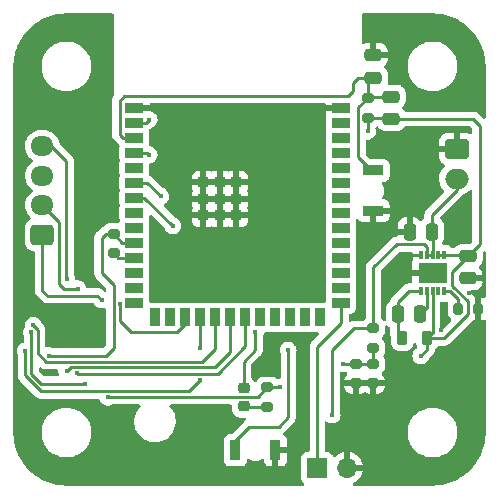
<source format=gbr>
%TF.GenerationSoftware,KiCad,Pcbnew,(6.0.5)*%
%TF.CreationDate,2022-06-02T01:51:08+02:00*%
%TF.ProjectId,Hardware,48617264-7761-4726-952e-6b696361645f,rev?*%
%TF.SameCoordinates,Original*%
%TF.FileFunction,Copper,L1,Top*%
%TF.FilePolarity,Positive*%
%FSLAX46Y46*%
G04 Gerber Fmt 4.6, Leading zero omitted, Abs format (unit mm)*
G04 Created by KiCad (PCBNEW (6.0.5)) date 2022-06-02 01:51:08*
%MOMM*%
%LPD*%
G01*
G04 APERTURE LIST*
G04 Aperture macros list*
%AMRoundRect*
0 Rectangle with rounded corners*
0 $1 Rounding radius*
0 $2 $3 $4 $5 $6 $7 $8 $9 X,Y pos of 4 corners*
0 Add a 4 corners polygon primitive as box body*
4,1,4,$2,$3,$4,$5,$6,$7,$8,$9,$2,$3,0*
0 Add four circle primitives for the rounded corners*
1,1,$1+$1,$2,$3*
1,1,$1+$1,$4,$5*
1,1,$1+$1,$6,$7*
1,1,$1+$1,$8,$9*
0 Add four rect primitives between the rounded corners*
20,1,$1+$1,$2,$3,$4,$5,0*
20,1,$1+$1,$4,$5,$6,$7,0*
20,1,$1+$1,$6,$7,$8,$9,0*
20,1,$1+$1,$8,$9,$2,$3,0*%
G04 Aperture macros list end*
%TA.AperFunction,SMDPad,CuDef*%
%ADD10R,1.500000X0.900000*%
%TD*%
%TA.AperFunction,SMDPad,CuDef*%
%ADD11R,0.900000X1.500000*%
%TD*%
%TA.AperFunction,SMDPad,CuDef*%
%ADD12R,0.900000X0.900000*%
%TD*%
%TA.AperFunction,SMDPad,CuDef*%
%ADD13RoundRect,0.250000X0.475000X-0.250000X0.475000X0.250000X-0.475000X0.250000X-0.475000X-0.250000X0*%
%TD*%
%TA.AperFunction,SMDPad,CuDef*%
%ADD14R,1.700000X0.900000*%
%TD*%
%TA.AperFunction,SMDPad,CuDef*%
%ADD15R,0.300000X0.800000*%
%TD*%
%TA.AperFunction,SMDPad,CuDef*%
%ADD16R,2.480000X1.750000*%
%TD*%
%TA.AperFunction,SMDPad,CuDef*%
%ADD17RoundRect,0.200000X-0.275000X0.200000X-0.275000X-0.200000X0.275000X-0.200000X0.275000X0.200000X0*%
%TD*%
%TA.AperFunction,SMDPad,CuDef*%
%ADD18RoundRect,0.218750X-0.256250X0.218750X-0.256250X-0.218750X0.256250X-0.218750X0.256250X0.218750X0*%
%TD*%
%TA.AperFunction,ComponentPad*%
%ADD19RoundRect,0.250000X0.725000X-0.600000X0.725000X0.600000X-0.725000X0.600000X-0.725000X-0.600000X0*%
%TD*%
%TA.AperFunction,ComponentPad*%
%ADD20O,1.950000X1.700000*%
%TD*%
%TA.AperFunction,SMDPad,CuDef*%
%ADD21RoundRect,0.250000X0.250000X0.475000X-0.250000X0.475000X-0.250000X-0.475000X0.250000X-0.475000X0*%
%TD*%
%TA.AperFunction,SMDPad,CuDef*%
%ADD22RoundRect,0.200000X-0.200000X-0.275000X0.200000X-0.275000X0.200000X0.275000X-0.200000X0.275000X0*%
%TD*%
%TA.AperFunction,SMDPad,CuDef*%
%ADD23RoundRect,0.218750X-0.218750X-0.381250X0.218750X-0.381250X0.218750X0.381250X-0.218750X0.381250X0*%
%TD*%
%TA.AperFunction,SMDPad,CuDef*%
%ADD24R,0.900000X1.700000*%
%TD*%
%TA.AperFunction,SMDPad,CuDef*%
%ADD25RoundRect,0.200000X0.275000X-0.200000X0.275000X0.200000X-0.275000X0.200000X-0.275000X-0.200000X0*%
%TD*%
%TA.AperFunction,SMDPad,CuDef*%
%ADD26RoundRect,0.250000X-0.250000X-0.475000X0.250000X-0.475000X0.250000X0.475000X-0.250000X0.475000X0*%
%TD*%
%TA.AperFunction,ComponentPad*%
%ADD27O,2.000000X1.700000*%
%TD*%
%TA.AperFunction,ComponentPad*%
%ADD28RoundRect,0.250000X-0.750000X0.600000X-0.750000X-0.600000X0.750000X-0.600000X0.750000X0.600000X0*%
%TD*%
%TA.AperFunction,ComponentPad*%
%ADD29O,1.700000X1.700000*%
%TD*%
%TA.AperFunction,ComponentPad*%
%ADD30R,1.700000X1.700000*%
%TD*%
%TA.AperFunction,ViaPad*%
%ADD31C,0.400000*%
%TD*%
%TA.AperFunction,ViaPad*%
%ADD32C,0.500000*%
%TD*%
%TA.AperFunction,Conductor*%
%ADD33C,0.250000*%
%TD*%
G04 APERTURE END LIST*
D10*
%TO.P,IC1,1,GND_1*%
%TO.N,GND*%
X105750000Y-103490000D03*
%TO.P,IC1,2,3V3*%
%TO.N,+3V3*%
X105750000Y-104760000D03*
%TO.P,IC1,3,EN*%
%TO.N,/EN*%
X105750000Y-106030000D03*
%TO.P,IC1,4,IO4*%
%TO.N,/ADC_battery*%
X105750000Y-107300000D03*
%TO.P,IC1,5,IO5*%
%TO.N,unconnected-(IC1-Pad5)*%
X105750000Y-108570000D03*
%TO.P,IC1,6,IO6*%
%TO.N,/HK_led*%
X105750000Y-109840000D03*
%TO.P,IC1,7,IO7*%
%TO.N,/HK-button*%
X105750000Y-111110000D03*
%TO.P,IC1,8,IO15*%
%TO.N,unconnected-(IC1-Pad8)*%
X105750000Y-112380000D03*
%TO.P,IC1,9,IO16*%
%TO.N,unconnected-(IC1-Pad9)*%
X105750000Y-113650000D03*
%TO.P,IC1,10,IO17*%
%TO.N,/TMC_uart*%
X105750000Y-114920000D03*
%TO.P,IC1,11,IO18*%
%TO.N,Net-(IC1-Pad11)*%
X105750000Y-116190000D03*
%TO.P,IC1,12,IO8*%
%TO.N,unconnected-(IC1-Pad12)*%
X105750000Y-117460000D03*
%TO.P,IC1,13,IO19*%
%TO.N,unconnected-(IC1-Pad13)*%
X105750000Y-118730000D03*
%TO.P,IC1,14,IO20*%
%TO.N,unconnected-(IC1-Pad14)*%
X105750000Y-120000000D03*
D11*
%TO.P,IC1,15,IO3*%
%TO.N,unconnected-(IC1-Pad15)*%
X107515000Y-121250000D03*
%TO.P,IC1,16,IO46*%
%TO.N,unconnected-(IC1-Pad16)*%
X108785000Y-121250000D03*
%TO.P,IC1,17,IO9*%
%TO.N,/TMC_en*%
X110055000Y-121250000D03*
%TO.P,IC1,18,IO10*%
%TO.N,/TMC_step*%
X111325000Y-121250000D03*
%TO.P,IC1,19,IO11*%
%TO.N,/TMC_dir*%
X112595000Y-121250000D03*
%TO.P,IC1,20,IO12*%
%TO.N,/TMC_index*%
X113865000Y-121250000D03*
%TO.P,IC1,21,IO13*%
%TO.N,/TMC_diag*%
X115135000Y-121250000D03*
%TO.P,IC1,22,IO14*%
%TO.N,unconnected-(IC1-Pad22)*%
X116405000Y-121250000D03*
%TO.P,IC1,23,IO21*%
%TO.N,unconnected-(IC1-Pad23)*%
X117675000Y-121250000D03*
%TO.P,IC1,24,IO47*%
%TO.N,unconnected-(IC1-Pad24)*%
X118945000Y-121250000D03*
%TO.P,IC1,25,IO48*%
%TO.N,unconnected-(IC1-Pad25)*%
X120215000Y-121250000D03*
%TO.P,IC1,26,IO45*%
%TO.N,unconnected-(IC1-Pad26)*%
X121485000Y-121250000D03*
D10*
%TO.P,IC1,27,IO0*%
%TO.N,Net-(IC1-Pad27)*%
X123250000Y-120000000D03*
%TO.P,IC1,28,IO35*%
%TO.N,unconnected-(IC1-Pad28)*%
X123250000Y-118730000D03*
%TO.P,IC1,29,IO36*%
%TO.N,unconnected-(IC1-Pad29)*%
X123250000Y-117460000D03*
%TO.P,IC1,30,IO37*%
%TO.N,unconnected-(IC1-Pad30)*%
X123250000Y-116190000D03*
%TO.P,IC1,31,IO38*%
%TO.N,unconnected-(IC1-Pad31)*%
X123250000Y-114920000D03*
%TO.P,IC1,32,IO39*%
%TO.N,unconnected-(IC1-Pad32)*%
X123250000Y-113650000D03*
%TO.P,IC1,33,IO40*%
%TO.N,unconnected-(IC1-Pad33)*%
X123250000Y-112380000D03*
%TO.P,IC1,34,IO41*%
%TO.N,unconnected-(IC1-Pad34)*%
X123250000Y-111110000D03*
%TO.P,IC1,35,IO42*%
%TO.N,unconnected-(IC1-Pad35)*%
X123250000Y-109840000D03*
%TO.P,IC1,36,RXD0*%
%TO.N,/RX0*%
X123250000Y-108570000D03*
%TO.P,IC1,37,TXD0*%
%TO.N,/TX0*%
X123250000Y-107300000D03*
%TO.P,IC1,38,IO2*%
%TO.N,unconnected-(IC1-Pad38)*%
X123250000Y-106030000D03*
%TO.P,IC1,39,IO1*%
%TO.N,unconnected-(IC1-Pad39)*%
X123250000Y-104760000D03*
%TO.P,IC1,40,GND_2*%
%TO.N,GND*%
X123250000Y-103490000D03*
D12*
%TO.P,IC1,41,GND_3*%
X113000000Y-111210000D03*
%TO.P,IC1,42,GND_4*%
X113000000Y-109810000D03*
%TO.P,IC1,43,GND_5*%
X111600000Y-109810000D03*
%TO.P,IC1,44,GND_6*%
X111600000Y-111210000D03*
%TO.P,IC1,45,GND_7*%
X111600000Y-112610000D03*
%TO.P,IC1,46,GND_8*%
X113000000Y-112610000D03*
%TO.P,IC1,47,GND_9*%
X114400000Y-112610000D03*
%TO.P,IC1,48,GND_10*%
X114400000Y-111210000D03*
%TO.P,IC1,49,GND_11*%
X114400000Y-109810000D03*
%TD*%
D13*
%TO.P,C12,1*%
%TO.N,+3V3*%
X127500000Y-104450000D03*
%TO.P,C12,2*%
%TO.N,/EN*%
X127500000Y-102550000D03*
%TD*%
D14*
%TO.P,SW1,1,1*%
%TO.N,/EN*%
X126000000Y-108800000D03*
%TO.P,SW1,2,2*%
%TO.N,GND*%
X126000000Y-112200000D03*
%TD*%
D15*
%TO.P,IC2,1,FB/VOUT*%
%TO.N,+3V3*%
X132000000Y-116000000D03*
%TO.P,IC2,2,OUT*%
X131500000Y-116000000D03*
%TO.P,IC2,3,EN/UVLO*%
%TO.N,/VS_input*%
X131000000Y-116000000D03*
%TO.P,IC2,4,VIN*%
X130500000Y-116000000D03*
%TO.P,IC2,5,GND_1*%
%TO.N,GND*%
X130000000Y-116000000D03*
%TO.P,IC2,6,SW*%
%TO.N,Net-(C9-Pad2)*%
X130000000Y-119000000D03*
%TO.P,IC2,7,BOOST*%
%TO.N,Net-(C9-Pad1)*%
X130500000Y-119000000D03*
%TO.P,IC2,8,BD*%
%TO.N,+3V3*%
X131000000Y-119000000D03*
%TO.P,IC2,9,PG*%
%TO.N,unconnected-(IC2-Pad9)*%
X131500000Y-119000000D03*
%TO.P,IC2,10,RT*%
%TO.N,Net-(IC2-Pad10)*%
X132000000Y-119000000D03*
D16*
%TO.P,IC2,11,GND_2*%
%TO.N,GND*%
X131000000Y-117500000D03*
%TD*%
D17*
%TO.P,R10,1*%
%TO.N,/ADC_battery*%
X126000000Y-125175000D03*
%TO.P,R10,2*%
%TO.N,GND*%
X126000000Y-126825000D03*
%TD*%
D18*
%TO.P,D1,1,K*%
%TO.N,/HK_led*%
X115000000Y-127212500D03*
%TO.P,D1,2,A*%
%TO.N,Net-(D1-Pad2)*%
X115000000Y-128787500D03*
%TD*%
D19*
%TO.P,J2,1,Pin_1*%
%TO.N,/B2*%
X97975000Y-114250000D03*
D20*
%TO.P,J2,2,Pin_2*%
%TO.N,/B1*%
X97975000Y-111750000D03*
%TO.P,J2,3,Pin_3*%
%TO.N,/A2*%
X97975000Y-109250000D03*
%TO.P,J2,4,Pin_4*%
%TO.N,/A1*%
X97975000Y-106750000D03*
%TD*%
D17*
%TO.P,R9,1*%
%TO.N,/VS_input*%
X126000000Y-122175000D03*
%TO.P,R9,2*%
%TO.N,/ADC_battery*%
X126000000Y-123825000D03*
%TD*%
D21*
%TO.P,C9,1*%
%TO.N,Net-(C9-Pad1)*%
X129950000Y-121000000D03*
%TO.P,C9,2*%
%TO.N,Net-(C9-Pad2)*%
X128050000Y-121000000D03*
%TD*%
D22*
%TO.P,R3,2*%
%TO.N,GND*%
X134825000Y-120500000D03*
%TO.P,R3,1*%
%TO.N,Net-(IC2-Pad10)*%
X133175000Y-120500000D03*
%TD*%
D23*
%TO.P,L1,1,1*%
%TO.N,Net-(C9-Pad2)*%
X128437500Y-123000000D03*
%TO.P,L1,2,2*%
%TO.N,+3V3*%
X130562500Y-123000000D03*
%TD*%
D13*
%TO.P,C13,1*%
%TO.N,/EN*%
X126000000Y-100950000D03*
%TO.P,C13,2*%
%TO.N,GND*%
X126000000Y-99050000D03*
%TD*%
D24*
%TO.P,SW2,2,2*%
%TO.N,GND*%
X117700000Y-132500000D03*
%TO.P,SW2,1,1*%
%TO.N,/HK-button*%
X114300000Y-132500000D03*
%TD*%
D25*
%TO.P,R8,1*%
%TO.N,Net-(IC1-Pad11)*%
X104000000Y-115825000D03*
%TO.P,R8,2*%
%TO.N,/TMC_uart*%
X104000000Y-114175000D03*
%TD*%
%TO.P,R6,1*%
%TO.N,+3V3*%
X125500000Y-104325000D03*
%TO.P,R6,2*%
%TO.N,/EN*%
X125500000Y-102675000D03*
%TD*%
D26*
%TO.P,C2,1*%
%TO.N,GND*%
X129050000Y-114000000D03*
%TO.P,C2,2*%
%TO.N,/VS_input*%
X130950000Y-114000000D03*
%TD*%
D27*
%TO.P,J1,2,Pin_2*%
%TO.N,/VS_input*%
X133050000Y-109500000D03*
D28*
%TO.P,J1,1,Pin_1*%
%TO.N,GND*%
X133050000Y-107000000D03*
%TD*%
D25*
%TO.P,R7,2*%
%TO.N,+3V3*%
X117000000Y-127175000D03*
%TO.P,R7,1*%
%TO.N,Net-(D1-Pad2)*%
X117000000Y-128825000D03*
%TD*%
D17*
%TO.P,R11,1*%
%TO.N,/ADC_battery*%
X124500000Y-125175000D03*
%TO.P,R11,2*%
%TO.N,GND*%
X124500000Y-126825000D03*
%TD*%
D29*
%TO.P,J3,2,Pin_2*%
%TO.N,GND*%
X123765000Y-134000000D03*
D30*
%TO.P,J3,1,Pin_1*%
%TO.N,Net-(IC1-Pad27)*%
X121225000Y-134000000D03*
%TD*%
D13*
%TO.P,C10,1*%
%TO.N,GND*%
X134000000Y-117950000D03*
%TO.P,C10,2*%
%TO.N,+3V3*%
X134000000Y-116050000D03*
%TD*%
D31*
%TO.N,GND*%
X133500000Y-114000000D03*
X134125474Y-119144247D03*
X132164686Y-120080677D03*
X131742633Y-122309644D03*
X127500000Y-118500000D03*
X128500000Y-116500000D03*
X95677521Y-123877556D03*
X98849511Y-125849511D03*
X96618702Y-118795568D03*
X110000000Y-129500000D03*
X110000000Y-134500000D03*
X96000000Y-131500000D03*
X103000000Y-134500000D03*
X96000000Y-100500000D03*
X127500000Y-96500000D03*
X102500000Y-106000000D03*
X119500000Y-107000000D03*
X119500000Y-111500000D03*
X120000000Y-118500000D03*
X115000000Y-116000000D03*
X133500000Y-126000000D03*
X125000000Y-131000000D03*
%TO.N,+3V3*%
X130000000Y-124500000D03*
X118115692Y-127154706D03*
X103499999Y-128024500D03*
%TO.N,/VS_input*%
X122500000Y-129500000D03*
%TO.N,/HK-button*%
X109000000Y-113500000D03*
X118768555Y-124018984D03*
%TO.N,/HK_led*%
X116000000Y-122500000D03*
X108000000Y-111000000D03*
%TO.N,+3V3*%
X125500000Y-105500000D03*
X107000000Y-104500000D03*
%TO.N,/ADC_battery*%
X123429657Y-125161478D03*
X107000000Y-107500000D03*
%TO.N,/TMC_dir*%
X97200498Y-121922433D03*
%TO.N,/TMC_step*%
X111345826Y-123849500D03*
X96506623Y-124072052D03*
X111339231Y-126553289D03*
%TO.N,/TMC_en*%
X104524500Y-120075062D03*
%TO.N,/TMC_index*%
X100036760Y-125796366D03*
%TO.N,/TMC_diag*%
X100875500Y-125985622D03*
%TO.N,/TMC_uart*%
X98500000Y-124475500D03*
%TO.N,Net-(IC3-Pad17)*%
X101615654Y-126874500D03*
X97031123Y-122497510D03*
D32*
%TO.N,GND*%
X99750000Y-122750000D03*
X101250000Y-122750000D03*
X101250000Y-121250000D03*
X99750000Y-121250000D03*
X100500000Y-123500000D03*
X100500000Y-120500000D03*
X100500000Y-122000000D03*
X102000000Y-122000000D03*
X99000000Y-122000000D03*
X99000000Y-123500000D03*
X102000000Y-123500000D03*
X102000000Y-120500000D03*
X99000000Y-120500000D03*
D31*
%TO.N,/A1*%
X100024500Y-118000000D03*
%TO.N,/B1*%
X100975500Y-118806718D03*
%TO.N,/B2*%
X103004215Y-119779353D03*
%TD*%
D33*
%TO.N,/TMC_uart*%
X103357949Y-124484435D02*
X98508935Y-124484435D01*
X104000000Y-118500000D02*
X104000000Y-123842384D01*
X104000000Y-123842384D02*
X103357949Y-124484435D01*
X98508935Y-124484435D02*
X98500000Y-124475500D01*
X103000000Y-117500000D02*
X104000000Y-118500000D01*
X103000000Y-114500000D02*
X103000000Y-117500000D01*
X103325000Y-114175000D02*
X103000000Y-114500000D01*
X104000000Y-114175000D02*
X103325000Y-114175000D01*
%TO.N,/TMC_dir*%
X111491464Y-125008536D02*
X98291264Y-125008536D01*
X97555634Y-124272906D02*
X97555634Y-122277569D01*
X112595000Y-123905000D02*
X111491464Y-125008536D01*
X98291264Y-125008536D02*
X97555634Y-124272906D01*
X112595000Y-121250000D02*
X112595000Y-123905000D01*
X97555634Y-122277569D02*
X97200498Y-121922433D01*
%TO.N,/TMC_index*%
X113865000Y-124135000D02*
X113865000Y-121250000D01*
X112541944Y-125458056D02*
X113865000Y-124135000D01*
X100375070Y-125458056D02*
X112541944Y-125458056D01*
X100036760Y-125796366D02*
X100375070Y-125458056D01*
%TO.N,/TMC_diag*%
X112802572Y-126019783D02*
X115135000Y-123687355D01*
X115135000Y-123687355D02*
X115135000Y-121250000D01*
X100909661Y-126019783D02*
X112802572Y-126019783D01*
X100875500Y-125985622D02*
X100909661Y-126019783D01*
%TO.N,/EN*%
X104750000Y-106030000D02*
X105750000Y-106030000D01*
X104500000Y-105780000D02*
X104750000Y-106030000D01*
X104500000Y-102890978D02*
X104500000Y-105780000D01*
X104890978Y-102500000D02*
X104500000Y-102890978D01*
X123855062Y-102500000D02*
X104890978Y-102500000D01*
X124236360Y-102118702D02*
X123855062Y-102500000D01*
X124236360Y-101366920D02*
X124236360Y-102118702D01*
X124653280Y-100950000D02*
X124236360Y-101366920D01*
X126000000Y-100950000D02*
X124653280Y-100950000D01*
X106329022Y-106030000D02*
X105750000Y-106030000D01*
%TO.N,+3V3*%
X134000000Y-119864283D02*
X134000000Y-121000000D01*
X134000000Y-121000000D02*
X132000000Y-123000000D01*
X132686197Y-118550480D02*
X134000000Y-119864283D01*
X132000000Y-123000000D02*
X130562500Y-123000000D01*
X134000000Y-116050000D02*
X132686197Y-117363803D01*
X132686197Y-117363803D02*
X132686197Y-118550480D01*
%TO.N,GND*%
X130000000Y-116000000D02*
X129000000Y-116000000D01*
X129000000Y-116000000D02*
X128500000Y-116500000D01*
%TO.N,/TMC_step*%
X110392520Y-127500000D02*
X111339231Y-126553289D01*
X96506623Y-126142341D02*
X97864282Y-127500000D01*
X96506623Y-124072052D02*
X96506623Y-126142341D01*
X97864282Y-127500000D02*
X110392520Y-127500000D01*
%TO.N,+3V3*%
X130562500Y-123937500D02*
X130562500Y-123000000D01*
X130000000Y-124500000D02*
X130562500Y-123937500D01*
X118095398Y-127175000D02*
X118115692Y-127154706D01*
X117000000Y-127175000D02*
X118095398Y-127175000D01*
%TO.N,/HK-button*%
X115500000Y-130500000D02*
X114300000Y-131700000D01*
X118000000Y-130500000D02*
X115500000Y-130500000D01*
X118778447Y-129721553D02*
X118000000Y-130500000D01*
X118778447Y-124028876D02*
X118778447Y-129721553D01*
X118768555Y-124018984D02*
X118778447Y-124028876D01*
X114300000Y-131700000D02*
X114300000Y-132500000D01*
%TO.N,+3V3*%
X116200480Y-127974520D02*
X117000000Y-127175000D01*
X103549979Y-127974520D02*
X116200480Y-127974520D01*
X103499999Y-128024500D02*
X103549979Y-127974520D01*
%TO.N,/VS_input*%
X122500000Y-124000000D02*
X122500000Y-129500000D01*
X124325000Y-122175000D02*
X122500000Y-124000000D01*
X126000000Y-122175000D02*
X124325000Y-122175000D01*
%TO.N,/HK-button*%
X106610000Y-111110000D02*
X109000000Y-113500000D01*
X105750000Y-111110000D02*
X106610000Y-111110000D01*
%TO.N,/HK_led*%
X106840000Y-109840000D02*
X105750000Y-109840000D01*
X108000000Y-111000000D02*
X106840000Y-109840000D01*
X116000000Y-124000000D02*
X116000000Y-122500000D01*
X115000000Y-125000000D02*
X116000000Y-124000000D01*
X115000000Y-127212500D02*
X115000000Y-125000000D01*
%TO.N,Net-(D1-Pad2)*%
X115037500Y-128825000D02*
X115000000Y-128787500D01*
X117000000Y-128825000D02*
X115037500Y-128825000D01*
%TO.N,Net-(IC1-Pad27)*%
X123250000Y-121750000D02*
X123250000Y-120000000D01*
X121225000Y-123775000D02*
X123250000Y-121750000D01*
X121225000Y-134000000D02*
X121225000Y-123775000D01*
%TO.N,+3V3*%
X125500000Y-105500000D02*
X125500000Y-104325000D01*
X106740000Y-104760000D02*
X107000000Y-104500000D01*
X105750000Y-104760000D02*
X106740000Y-104760000D01*
X135000000Y-115050000D02*
X134000000Y-116050000D01*
X135000000Y-105000000D02*
X135000000Y-115050000D01*
X134450000Y-104450000D02*
X135000000Y-105000000D01*
X127500000Y-104450000D02*
X134450000Y-104450000D01*
X127375000Y-104325000D02*
X127500000Y-104450000D01*
X125500000Y-104325000D02*
X127375000Y-104325000D01*
%TO.N,/EN*%
X124700480Y-103474520D02*
X125500000Y-102675000D01*
X124700480Y-107700480D02*
X124700480Y-103474520D01*
X125800000Y-108800000D02*
X124700480Y-107700480D01*
X126000000Y-108800000D02*
X125800000Y-108800000D01*
X125500000Y-101450000D02*
X126000000Y-100950000D01*
X125500000Y-102675000D02*
X125500000Y-101450000D01*
X125625000Y-102550000D02*
X125500000Y-102675000D01*
X127500000Y-102550000D02*
X125625000Y-102550000D01*
%TO.N,/ADC_battery*%
X123429657Y-125161478D02*
X124486478Y-125161478D01*
X124486478Y-125161478D02*
X124500000Y-125175000D01*
X106800000Y-107300000D02*
X107000000Y-107500000D01*
X105750000Y-107300000D02*
X106800000Y-107300000D01*
%TO.N,/TMC_step*%
X111345826Y-123849500D02*
X111325000Y-123828674D01*
X111325000Y-123828674D02*
X111325000Y-121250000D01*
%TO.N,Net-(IC3-Pad17)*%
X97876423Y-126876423D02*
X97031123Y-126031123D01*
X97031123Y-126031123D02*
X97031123Y-122497510D01*
X101613731Y-126876423D02*
X97876423Y-126876423D01*
X101615654Y-126874500D02*
X101613731Y-126876423D01*
%TO.N,/TMC_en*%
X104524500Y-121524500D02*
X104524500Y-120075062D01*
X105500000Y-122500000D02*
X104524500Y-121524500D01*
X110055000Y-121829022D02*
X109384022Y-122500000D01*
X109384022Y-122500000D02*
X105500000Y-122500000D01*
X110055000Y-121250000D02*
X110055000Y-121829022D01*
%TO.N,/VS_input*%
X130248542Y-115049520D02*
X130500000Y-115300978D01*
X130500000Y-115300978D02*
X130500000Y-116000000D01*
X126000000Y-117000000D02*
X127950480Y-115049520D01*
X127950480Y-115049520D02*
X130248542Y-115049520D01*
X126000000Y-122175000D02*
X126000000Y-117000000D01*
%TO.N,/ADC_battery*%
X126000000Y-125175000D02*
X124500000Y-125175000D01*
X126000000Y-123825000D02*
X126000000Y-125175000D01*
%TO.N,/TMC_uart*%
X105750000Y-114920000D02*
X104745000Y-114920000D01*
X104745000Y-114920000D02*
X104000000Y-114175000D01*
%TO.N,Net-(IC1-Pad11)*%
X104365000Y-116190000D02*
X104000000Y-115825000D01*
X105750000Y-116190000D02*
X104365000Y-116190000D01*
%TO.N,/VS_input*%
X133050000Y-110450000D02*
X133050000Y-109500000D01*
X130950000Y-114000000D02*
X130950000Y-112550000D01*
X130950000Y-112550000D02*
X133050000Y-110450000D01*
X131000000Y-116000000D02*
X130500000Y-116000000D01*
%TO.N,Net-(C9-Pad2)*%
X128050000Y-122612500D02*
X128437500Y-123000000D01*
X128050000Y-121000000D02*
X128050000Y-122612500D01*
X129000000Y-119000000D02*
X130000000Y-119000000D01*
X128050000Y-119950000D02*
X129000000Y-119000000D01*
X128050000Y-121000000D02*
X128050000Y-119950000D01*
%TO.N,Net-(C9-Pad1)*%
X130500000Y-120450000D02*
X130500000Y-119000000D01*
X129950000Y-121000000D02*
X130500000Y-120450000D01*
%TO.N,+3V3*%
X131000000Y-122562500D02*
X131000000Y-119000000D01*
X130562500Y-123000000D02*
X131000000Y-122562500D01*
%TO.N,Net-(IC2-Pad10)*%
X132500000Y-119000000D02*
X132000000Y-119000000D01*
X133175000Y-119675000D02*
X132500000Y-119000000D01*
X133175000Y-120500000D02*
X133175000Y-119675000D01*
%TO.N,+3V3*%
X133950000Y-116000000D02*
X131500000Y-116000000D01*
X134000000Y-116050000D02*
X133950000Y-116000000D01*
%TO.N,/VS_input*%
X131000000Y-114050000D02*
X130950000Y-114000000D01*
X131000000Y-116000000D02*
X131000000Y-114050000D01*
%TO.N,/A1*%
X100000000Y-108018164D02*
X98731836Y-106750000D01*
X100000000Y-117975500D02*
X100024500Y-118000000D01*
X100000000Y-108018164D02*
X100000000Y-117975500D01*
%TO.N,/B1*%
X99806718Y-118806718D02*
X100975500Y-118806718D01*
X99802475Y-118802475D02*
X99806718Y-118806718D01*
%TO.N,/B2*%
X97975000Y-118975000D02*
X97975000Y-114250000D01*
X102626069Y-119401207D02*
X98401207Y-119401207D01*
X98401207Y-119401207D02*
X97975000Y-118975000D01*
X103004215Y-119779353D02*
X102626069Y-119401207D01*
%TO.N,/B1*%
X99392920Y-113167920D02*
X97975000Y-111750000D01*
X99392920Y-118392920D02*
X99392920Y-113167920D01*
X99802475Y-118802475D02*
X99392920Y-118392920D01*
%TO.N,/A1*%
X98731836Y-106750000D02*
X97975000Y-106750000D01*
X98750000Y-106750000D02*
X97975000Y-106750000D01*
%TD*%
%TA.AperFunction,Conductor*%
%TO.N,GND*%
G36*
X103942121Y-95528502D02*
G01*
X103988614Y-95582158D01*
X104000000Y-95634500D01*
X104000000Y-102453578D01*
X103982000Y-102514881D01*
X103983413Y-102515658D01*
X103973652Y-102533412D01*
X103962801Y-102549931D01*
X103950386Y-102565937D01*
X103947241Y-102573206D01*
X103947238Y-102573210D01*
X103932826Y-102606515D01*
X103927609Y-102617165D01*
X103906305Y-102655918D01*
X103904334Y-102663593D01*
X103904334Y-102663594D01*
X103901267Y-102675540D01*
X103894863Y-102694244D01*
X103886819Y-102712833D01*
X103885580Y-102720656D01*
X103885577Y-102720666D01*
X103879901Y-102756502D01*
X103877495Y-102768122D01*
X103866500Y-102810948D01*
X103866500Y-102831202D01*
X103864949Y-102850912D01*
X103861780Y-102870921D01*
X103862526Y-102878813D01*
X103865941Y-102914939D01*
X103866500Y-102926797D01*
X103866500Y-105701233D01*
X103865973Y-105712416D01*
X103864298Y-105719909D01*
X103864547Y-105727835D01*
X103864547Y-105727836D01*
X103866438Y-105787986D01*
X103866500Y-105791945D01*
X103866500Y-105819856D01*
X103866997Y-105823790D01*
X103866997Y-105823791D01*
X103867005Y-105823856D01*
X103867938Y-105835693D01*
X103869327Y-105879889D01*
X103874978Y-105899339D01*
X103878987Y-105918700D01*
X103881526Y-105938797D01*
X103884445Y-105946168D01*
X103884445Y-105946170D01*
X103897804Y-105979912D01*
X103901649Y-105991142D01*
X103913982Y-106033593D01*
X103918015Y-106040412D01*
X103918017Y-106040417D01*
X103924293Y-106051028D01*
X103932988Y-106068776D01*
X103940448Y-106087617D01*
X103945110Y-106094033D01*
X103945110Y-106094034D01*
X103966436Y-106123387D01*
X103972952Y-106133307D01*
X103982082Y-106148744D01*
X103995458Y-106171362D01*
X104009779Y-106185683D01*
X104022619Y-106200716D01*
X104034528Y-106217107D01*
X104064797Y-106242148D01*
X104068605Y-106245298D01*
X104077384Y-106253288D01*
X104246343Y-106422247D01*
X104253887Y-106430537D01*
X104258000Y-106437018D01*
X104263777Y-106442443D01*
X104307667Y-106483658D01*
X104310509Y-106486413D01*
X104330230Y-106506134D01*
X104333425Y-106508612D01*
X104342447Y-106516318D01*
X104374679Y-106546586D01*
X104381628Y-106550406D01*
X104392432Y-106556346D01*
X104408956Y-106567199D01*
X104424959Y-106579613D01*
X104432239Y-106582763D01*
X104439056Y-106586795D01*
X104438030Y-106588531D01*
X104484435Y-106627147D01*
X104505793Y-106694854D01*
X104502400Y-106726519D01*
X104501029Y-106732283D01*
X104498255Y-106739684D01*
X104491500Y-106801866D01*
X104491500Y-107798134D01*
X104498255Y-107860316D01*
X104509672Y-107890771D01*
X104514855Y-107961577D01*
X104509674Y-107979224D01*
X104498255Y-108009684D01*
X104491500Y-108071866D01*
X104491500Y-109068134D01*
X104498255Y-109130316D01*
X104509672Y-109160771D01*
X104514855Y-109231577D01*
X104509674Y-109249224D01*
X104498255Y-109279684D01*
X104491500Y-109341866D01*
X104491500Y-110338134D01*
X104498255Y-110400316D01*
X104509672Y-110430771D01*
X104514855Y-110501577D01*
X104509674Y-110519224D01*
X104498255Y-110549684D01*
X104491500Y-110611866D01*
X104491500Y-111608134D01*
X104498255Y-111670316D01*
X104509672Y-111700771D01*
X104514855Y-111771577D01*
X104509674Y-111789224D01*
X104498255Y-111819684D01*
X104491500Y-111881866D01*
X104491500Y-112878134D01*
X104498255Y-112940316D01*
X104509672Y-112970770D01*
X104514855Y-113041577D01*
X104509674Y-113059224D01*
X104498255Y-113089684D01*
X104491500Y-113151866D01*
X104491125Y-113151825D01*
X104468126Y-113216887D01*
X104412031Y-113260405D01*
X104354444Y-113268596D01*
X104331635Y-113266500D01*
X104328737Y-113266500D01*
X103999140Y-113266501D01*
X103668366Y-113266501D01*
X103665508Y-113266764D01*
X103665499Y-113266764D01*
X103629996Y-113270026D01*
X103594938Y-113273247D01*
X103588560Y-113275246D01*
X103588559Y-113275246D01*
X103438550Y-113322256D01*
X103438548Y-113322257D01*
X103431301Y-113324528D01*
X103284619Y-113413361D01*
X103163361Y-113534619D01*
X103160900Y-113538683D01*
X103097824Y-113581307D01*
X103071406Y-113588982D01*
X103064587Y-113593015D01*
X103064582Y-113593017D01*
X103053971Y-113599293D01*
X103036221Y-113607990D01*
X103017383Y-113615448D01*
X103010967Y-113620109D01*
X103010966Y-113620110D01*
X102981625Y-113641428D01*
X102971701Y-113647947D01*
X102940460Y-113666422D01*
X102940455Y-113666426D01*
X102933637Y-113670458D01*
X102919313Y-113684782D01*
X102904281Y-113697621D01*
X102887893Y-113709528D01*
X102872707Y-113727885D01*
X102859712Y-113743593D01*
X102851722Y-113752373D01*
X102607747Y-113996348D01*
X102599461Y-114003888D01*
X102592982Y-114008000D01*
X102587557Y-114013777D01*
X102546357Y-114057651D01*
X102543602Y-114060493D01*
X102523865Y-114080230D01*
X102521385Y-114083427D01*
X102513682Y-114092447D01*
X102483414Y-114124679D01*
X102479595Y-114131625D01*
X102479593Y-114131628D01*
X102473652Y-114142434D01*
X102462801Y-114158953D01*
X102450386Y-114174959D01*
X102447241Y-114182228D01*
X102447238Y-114182232D01*
X102432826Y-114215537D01*
X102427609Y-114226187D01*
X102406305Y-114264940D01*
X102404334Y-114272615D01*
X102404334Y-114272616D01*
X102401267Y-114284562D01*
X102394863Y-114303266D01*
X102386819Y-114321855D01*
X102385580Y-114329678D01*
X102385577Y-114329688D01*
X102379901Y-114365524D01*
X102377495Y-114377144D01*
X102366500Y-114419970D01*
X102366500Y-114440224D01*
X102364949Y-114459934D01*
X102361780Y-114479943D01*
X102362526Y-114487835D01*
X102365941Y-114523961D01*
X102366500Y-114535819D01*
X102366500Y-117421233D01*
X102365973Y-117432416D01*
X102364298Y-117439909D01*
X102364547Y-117447835D01*
X102364547Y-117447836D01*
X102366438Y-117507986D01*
X102366500Y-117511945D01*
X102366500Y-117539856D01*
X102366997Y-117543790D01*
X102366997Y-117543791D01*
X102367005Y-117543856D01*
X102367938Y-117555693D01*
X102369327Y-117599889D01*
X102374978Y-117619339D01*
X102378987Y-117638700D01*
X102381526Y-117658797D01*
X102384445Y-117666168D01*
X102384445Y-117666170D01*
X102397804Y-117699912D01*
X102401649Y-117711142D01*
X102413982Y-117753593D01*
X102418015Y-117760412D01*
X102418017Y-117760417D01*
X102424293Y-117771028D01*
X102432988Y-117788776D01*
X102440448Y-117807617D01*
X102445110Y-117814033D01*
X102445110Y-117814034D01*
X102466436Y-117843387D01*
X102472952Y-117853307D01*
X102495458Y-117891362D01*
X102509779Y-117905683D01*
X102522619Y-117920716D01*
X102534528Y-117937107D01*
X102568605Y-117965298D01*
X102577384Y-117973288D01*
X103329595Y-118725499D01*
X103363621Y-118787811D01*
X103366500Y-118814594D01*
X103366500Y-118941543D01*
X103346498Y-119009664D01*
X103292842Y-119056157D01*
X103222568Y-119066261D01*
X103157988Y-119036767D01*
X103151405Y-119030638D01*
X103129721Y-119008954D01*
X103122181Y-119000668D01*
X103118069Y-118994189D01*
X103068417Y-118947563D01*
X103065576Y-118944809D01*
X103045839Y-118925072D01*
X103042642Y-118922592D01*
X103033620Y-118914887D01*
X103023153Y-118905058D01*
X103001390Y-118884621D01*
X102994444Y-118880802D01*
X102994441Y-118880800D01*
X102983635Y-118874859D01*
X102967116Y-118864008D01*
X102966652Y-118863648D01*
X102951110Y-118851593D01*
X102943841Y-118848448D01*
X102943837Y-118848445D01*
X102910532Y-118834033D01*
X102899882Y-118828816D01*
X102861129Y-118807512D01*
X102841506Y-118802474D01*
X102822803Y-118796070D01*
X102811489Y-118791174D01*
X102811488Y-118791174D01*
X102804214Y-118788026D01*
X102796391Y-118786787D01*
X102796381Y-118786784D01*
X102760545Y-118781108D01*
X102748925Y-118778702D01*
X102713780Y-118769679D01*
X102713779Y-118769679D01*
X102706099Y-118767707D01*
X102685845Y-118767707D01*
X102666134Y-118766156D01*
X102653955Y-118764227D01*
X102646126Y-118762987D01*
X102638234Y-118763733D01*
X102602108Y-118767148D01*
X102590250Y-118767707D01*
X101796154Y-118767707D01*
X101728033Y-118747705D01*
X101681540Y-118694049D01*
X101671067Y-118656845D01*
X101669515Y-118644017D01*
X101669514Y-118644014D01*
X101668602Y-118636476D01*
X101646273Y-118577382D01*
X101610671Y-118483165D01*
X101607987Y-118476062D01*
X101555703Y-118399988D01*
X101515159Y-118340996D01*
X101515158Y-118340994D01*
X101510857Y-118334737D01*
X101458485Y-118288075D01*
X101388493Y-118225714D01*
X101388490Y-118225712D01*
X101382821Y-118220661D01*
X101231269Y-118140418D01*
X101173132Y-118125815D01*
X101072322Y-118100493D01*
X101072318Y-118100493D01*
X101064951Y-118098642D01*
X101057352Y-118098602D01*
X101057350Y-118098602D01*
X100985894Y-118098228D01*
X100893469Y-118097744D01*
X100886086Y-118099516D01*
X100878534Y-118100390D01*
X100878203Y-118097528D01*
X100820662Y-118094639D01*
X100762936Y-118053308D01*
X100737092Y-117990812D01*
X100734005Y-117965298D01*
X100729817Y-117930694D01*
X100718515Y-117837300D01*
X100718514Y-117837298D01*
X100717602Y-117829758D01*
X100711661Y-117814034D01*
X100659671Y-117676447D01*
X100656987Y-117669344D01*
X100652686Y-117663086D01*
X100649166Y-117656353D01*
X100651797Y-117654977D01*
X100633500Y-117596046D01*
X100633500Y-108096932D01*
X100634027Y-108085749D01*
X100635702Y-108078256D01*
X100635395Y-108068469D01*
X100633562Y-108010166D01*
X100633500Y-108006208D01*
X100633500Y-107978308D01*
X100632996Y-107974317D01*
X100632063Y-107962475D01*
X100631440Y-107942632D01*
X100630674Y-107918275D01*
X100628462Y-107910661D01*
X100628461Y-107910656D01*
X100625023Y-107898823D01*
X100621012Y-107879459D01*
X100619848Y-107870240D01*
X100618474Y-107859367D01*
X100615557Y-107852000D01*
X100615556Y-107851995D01*
X100602198Y-107818256D01*
X100598354Y-107807029D01*
X100588230Y-107772186D01*
X100586018Y-107764571D01*
X100575707Y-107747136D01*
X100567012Y-107729388D01*
X100559552Y-107710547D01*
X100533564Y-107674777D01*
X100527048Y-107664857D01*
X100508580Y-107633629D01*
X100508578Y-107633626D01*
X100504542Y-107626802D01*
X100490221Y-107612481D01*
X100477380Y-107597447D01*
X100470131Y-107587470D01*
X100465472Y-107581057D01*
X100459368Y-107576007D01*
X100459363Y-107576002D01*
X100431402Y-107552871D01*
X100422621Y-107544881D01*
X99477554Y-106599813D01*
X99443335Y-106536592D01*
X99432510Y-106484999D01*
X99405907Y-106358209D01*
X99403793Y-106352855D01*
X99323185Y-106148744D01*
X99323184Y-106148742D01*
X99321224Y-106143779D01*
X99314870Y-106133307D01*
X99204390Y-105951243D01*
X99201623Y-105946683D01*
X99150264Y-105887497D01*
X99054023Y-105776588D01*
X99054021Y-105776586D01*
X99050523Y-105772555D01*
X98976898Y-105712186D01*
X98876373Y-105629760D01*
X98876367Y-105629756D01*
X98872245Y-105626376D01*
X98867609Y-105623737D01*
X98867606Y-105623735D01*
X98676529Y-105514968D01*
X98671886Y-105512325D01*
X98455175Y-105433663D01*
X98449926Y-105432714D01*
X98449923Y-105432713D01*
X98232392Y-105393377D01*
X98232385Y-105393376D01*
X98228308Y-105392639D01*
X98210586Y-105391803D01*
X98205644Y-105391570D01*
X98205637Y-105391570D01*
X98204156Y-105391500D01*
X97792110Y-105391500D01*
X97725191Y-105397178D01*
X97625591Y-105405629D01*
X97625587Y-105405630D01*
X97620280Y-105406080D01*
X97615125Y-105407418D01*
X97615119Y-105407419D01*
X97402297Y-105462657D01*
X97402293Y-105462658D01*
X97397128Y-105463999D01*
X97392262Y-105466191D01*
X97392259Y-105466192D01*
X97284027Y-105514947D01*
X97186925Y-105558688D01*
X96995681Y-105687441D01*
X96991824Y-105691120D01*
X96991822Y-105691122D01*
X96969139Y-105712761D01*
X96828865Y-105846576D01*
X96825682Y-105850854D01*
X96775203Y-105918700D01*
X96691246Y-106031542D01*
X96688830Y-106036293D01*
X96688828Y-106036297D01*
X96644550Y-106123387D01*
X96586760Y-106237051D01*
X96585178Y-106242145D01*
X96585177Y-106242148D01*
X96529255Y-106422247D01*
X96518393Y-106457227D01*
X96517692Y-106462516D01*
X96496713Y-106620806D01*
X96488102Y-106685774D01*
X96496751Y-106916158D01*
X96544093Y-107141791D01*
X96546051Y-107146750D01*
X96546052Y-107146752D01*
X96615520Y-107322654D01*
X96628776Y-107356221D01*
X96748377Y-107553317D01*
X96751874Y-107557347D01*
X96884814Y-107710547D01*
X96899477Y-107727445D01*
X96941030Y-107761516D01*
X97073627Y-107870240D01*
X97073633Y-107870244D01*
X97077755Y-107873624D01*
X97109250Y-107891552D01*
X97158555Y-107942632D01*
X97172417Y-108012262D01*
X97146434Y-108078333D01*
X97117284Y-108105573D01*
X96995681Y-108187441D01*
X96991824Y-108191120D01*
X96991822Y-108191122D01*
X96940916Y-108239684D01*
X96828865Y-108346576D01*
X96691246Y-108531542D01*
X96688830Y-108536293D01*
X96688828Y-108536297D01*
X96658181Y-108596576D01*
X96586760Y-108737051D01*
X96585178Y-108742145D01*
X96585177Y-108742148D01*
X96549246Y-108857865D01*
X96518393Y-108957227D01*
X96517692Y-108962516D01*
X96496562Y-109121946D01*
X96488102Y-109185774D01*
X96488302Y-109191103D01*
X96488302Y-109191105D01*
X96491350Y-109272288D01*
X96496751Y-109416158D01*
X96544093Y-109641791D01*
X96546051Y-109646750D01*
X96546052Y-109646752D01*
X96587795Y-109752450D01*
X96628776Y-109856221D01*
X96631543Y-109860780D01*
X96631544Y-109860783D01*
X96696883Y-109968458D01*
X96748377Y-110053317D01*
X96751874Y-110057347D01*
X96891679Y-110218458D01*
X96899477Y-110227445D01*
X96903608Y-110230832D01*
X97073627Y-110370240D01*
X97073633Y-110370244D01*
X97077755Y-110373624D01*
X97109250Y-110391552D01*
X97158555Y-110442632D01*
X97172417Y-110512262D01*
X97146434Y-110578333D01*
X97117284Y-110605573D01*
X97107937Y-110611866D01*
X96995681Y-110687441D01*
X96828865Y-110846576D01*
X96691246Y-111031542D01*
X96688830Y-111036293D01*
X96688828Y-111036297D01*
X96685959Y-111041940D01*
X96586760Y-111237051D01*
X96585178Y-111242145D01*
X96585177Y-111242148D01*
X96553604Y-111343830D01*
X96518393Y-111457227D01*
X96517692Y-111462516D01*
X96489171Y-111677712D01*
X96488102Y-111685774D01*
X96488302Y-111691103D01*
X96488302Y-111691105D01*
X96491986Y-111789231D01*
X96496751Y-111916158D01*
X96544093Y-112141791D01*
X96546051Y-112146750D01*
X96546052Y-112146752D01*
X96626373Y-112350135D01*
X96628776Y-112356221D01*
X96748377Y-112553317D01*
X96751874Y-112557347D01*
X96805807Y-112619499D01*
X96899477Y-112727445D01*
X96935120Y-112756670D01*
X96975114Y-112815329D01*
X96977046Y-112886299D01*
X96940302Y-112947048D01*
X96921532Y-112961248D01*
X96829362Y-113018285D01*
X96775652Y-113051522D01*
X96650695Y-113176697D01*
X96646855Y-113182927D01*
X96646854Y-113182928D01*
X96595177Y-113266764D01*
X96557885Y-113327262D01*
X96502203Y-113495139D01*
X96501503Y-113501975D01*
X96501502Y-113501978D01*
X96500596Y-113510822D01*
X96491500Y-113599600D01*
X96491500Y-114900400D01*
X96502474Y-115006166D01*
X96504655Y-115012702D01*
X96504655Y-115012704D01*
X96524931Y-115073478D01*
X96558450Y-115173946D01*
X96651522Y-115324348D01*
X96656704Y-115329521D01*
X96686892Y-115359656D01*
X96776697Y-115449305D01*
X96782927Y-115453145D01*
X96782928Y-115453146D01*
X96905050Y-115528423D01*
X96927262Y-115542115D01*
X97007005Y-115568564D01*
X97088611Y-115595632D01*
X97088613Y-115595632D01*
X97095139Y-115597797D01*
X97101975Y-115598497D01*
X97101978Y-115598498D01*
X97145031Y-115602909D01*
X97199600Y-115608500D01*
X97215500Y-115608500D01*
X97283621Y-115628502D01*
X97330114Y-115682158D01*
X97341500Y-115734500D01*
X97341500Y-118896233D01*
X97340973Y-118907416D01*
X97339298Y-118914909D01*
X97339547Y-118922835D01*
X97339547Y-118922836D01*
X97341438Y-118982986D01*
X97341500Y-118986945D01*
X97341500Y-119014856D01*
X97341997Y-119018790D01*
X97341997Y-119018791D01*
X97342005Y-119018856D01*
X97342938Y-119030693D01*
X97344327Y-119074889D01*
X97349978Y-119094339D01*
X97353987Y-119113700D01*
X97356526Y-119133797D01*
X97359445Y-119141168D01*
X97359445Y-119141170D01*
X97372804Y-119174912D01*
X97376649Y-119186142D01*
X97388982Y-119228593D01*
X97393015Y-119235412D01*
X97393017Y-119235417D01*
X97399293Y-119246028D01*
X97407988Y-119263776D01*
X97415448Y-119282617D01*
X97420110Y-119289033D01*
X97420110Y-119289034D01*
X97441436Y-119318387D01*
X97447952Y-119328307D01*
X97470458Y-119366362D01*
X97484779Y-119380683D01*
X97497619Y-119395716D01*
X97509528Y-119412107D01*
X97515634Y-119417158D01*
X97543605Y-119440298D01*
X97552384Y-119448288D01*
X97897550Y-119793454D01*
X97905094Y-119801744D01*
X97909207Y-119808225D01*
X97914984Y-119813650D01*
X97958874Y-119854865D01*
X97961716Y-119857620D01*
X97981438Y-119877342D01*
X97984580Y-119879779D01*
X97984640Y-119879826D01*
X97993652Y-119887524D01*
X98009990Y-119902866D01*
X98025886Y-119917793D01*
X98032829Y-119921610D01*
X98043638Y-119927552D01*
X98060160Y-119938405D01*
X98076166Y-119950821D01*
X98083444Y-119953971D01*
X98083445Y-119953971D01*
X98116744Y-119968381D01*
X98127394Y-119973598D01*
X98166147Y-119994902D01*
X98173822Y-119996873D01*
X98173823Y-119996873D01*
X98185769Y-119999940D01*
X98204474Y-120006344D01*
X98223062Y-120014388D01*
X98230885Y-120015627D01*
X98230895Y-120015630D01*
X98266731Y-120021306D01*
X98278351Y-120023712D01*
X98313496Y-120032735D01*
X98321177Y-120034707D01*
X98341431Y-120034707D01*
X98361141Y-120036258D01*
X98381150Y-120039427D01*
X98389042Y-120038681D01*
X98425168Y-120035266D01*
X98437026Y-120034707D01*
X102257127Y-120034707D01*
X102325248Y-120054709D01*
X102367640Y-120101564D01*
X102368300Y-120103368D01*
X102463945Y-120245702D01*
X102590780Y-120361113D01*
X102741483Y-120442938D01*
X102907354Y-120486454D01*
X102994801Y-120487827D01*
X103071218Y-120489028D01*
X103071221Y-120489028D01*
X103078817Y-120489147D01*
X103212371Y-120458559D01*
X103283237Y-120462848D01*
X103340535Y-120504770D01*
X103366073Y-120571015D01*
X103366500Y-120581379D01*
X103366500Y-123527789D01*
X103346498Y-123595910D01*
X103329595Y-123616884D01*
X103132449Y-123814030D01*
X103070137Y-123848056D01*
X103043354Y-123850935D01*
X98865891Y-123850935D01*
X98806932Y-123836289D01*
X98762487Y-123812757D01*
X98755769Y-123809200D01*
X98745251Y-123806558D01*
X98596822Y-123769275D01*
X98596818Y-123769275D01*
X98589451Y-123767424D01*
X98581852Y-123767384D01*
X98581850Y-123767384D01*
X98510394Y-123767010D01*
X98417969Y-123766526D01*
X98410589Y-123768298D01*
X98410587Y-123768298D01*
X98377551Y-123776229D01*
X98344547Y-123784153D01*
X98273640Y-123780606D01*
X98215906Y-123739286D01*
X98189676Y-123673313D01*
X98189134Y-123661634D01*
X98189134Y-122356336D01*
X98189661Y-122345153D01*
X98191336Y-122337660D01*
X98190782Y-122320019D01*
X98189196Y-122269583D01*
X98189134Y-122265624D01*
X98189134Y-122237713D01*
X98188629Y-122233713D01*
X98187696Y-122221870D01*
X98186556Y-122185598D01*
X98186307Y-122177679D01*
X98180656Y-122158227D01*
X98176648Y-122138875D01*
X98175101Y-122126632D01*
X98174108Y-122118772D01*
X98163805Y-122092749D01*
X98157834Y-122077666D01*
X98153989Y-122066439D01*
X98144776Y-122034730D01*
X98141652Y-122023976D01*
X98131341Y-122006541D01*
X98122646Y-121988793D01*
X98115186Y-121969952D01*
X98089198Y-121934182D01*
X98082682Y-121924262D01*
X98064212Y-121893032D01*
X98060176Y-121886207D01*
X98054570Y-121880600D01*
X98045854Y-121871884D01*
X98033013Y-121856850D01*
X98025765Y-121846874D01*
X98025764Y-121846873D01*
X98021106Y-121840462D01*
X97987041Y-121812281D01*
X97978262Y-121804292D01*
X97893006Y-121719036D01*
X97864235Y-121674478D01*
X97835670Y-121598882D01*
X97835669Y-121598880D01*
X97832985Y-121591777D01*
X97804257Y-121549977D01*
X97740157Y-121456711D01*
X97740156Y-121456709D01*
X97735855Y-121450452D01*
X97730184Y-121445399D01*
X97613491Y-121341429D01*
X97613488Y-121341427D01*
X97607819Y-121336376D01*
X97599823Y-121332142D01*
X97462979Y-121259687D01*
X97462980Y-121259687D01*
X97456267Y-121256133D01*
X97438694Y-121251719D01*
X97297320Y-121216208D01*
X97297316Y-121216208D01*
X97289949Y-121214357D01*
X97282350Y-121214317D01*
X97282348Y-121214317D01*
X97210892Y-121213943D01*
X97118467Y-121213459D01*
X97111087Y-121215231D01*
X97111085Y-121215231D01*
X96959100Y-121251719D01*
X96959096Y-121251720D01*
X96951721Y-121253491D01*
X96799337Y-121332142D01*
X96670113Y-121444872D01*
X96571508Y-121585172D01*
X96509216Y-121744942D01*
X96508224Y-121752475D01*
X96508224Y-121752476D01*
X96489720Y-121893032D01*
X96486833Y-121914959D01*
X96487667Y-121922510D01*
X96493513Y-121975470D01*
X96481107Y-122045375D01*
X96471361Y-122061746D01*
X96406504Y-122154028D01*
X96406500Y-122154035D01*
X96402133Y-122160249D01*
X96375792Y-122227809D01*
X96344546Y-122307952D01*
X96339841Y-122320019D01*
X96338849Y-122327552D01*
X96338849Y-122327553D01*
X96325147Y-122431635D01*
X96317458Y-122490036D01*
X96326867Y-122575261D01*
X96335387Y-122652432D01*
X96336276Y-122660485D01*
X96338885Y-122667616D01*
X96338886Y-122667618D01*
X96389949Y-122807154D01*
X96397623Y-122850455D01*
X96397623Y-123270222D01*
X96377621Y-123338343D01*
X96323965Y-123384836D01*
X96301036Y-123392741D01*
X96272137Y-123399679D01*
X96257846Y-123403110D01*
X96105462Y-123481761D01*
X95976238Y-123594491D01*
X95877633Y-123734791D01*
X95852614Y-123798961D01*
X95822919Y-123875125D01*
X95815341Y-123894561D01*
X95814349Y-123902094D01*
X95814349Y-123902095D01*
X95794896Y-124049858D01*
X95792958Y-124064578D01*
X95800648Y-124134234D01*
X95810932Y-124227381D01*
X95811776Y-124235027D01*
X95814385Y-124242158D01*
X95814386Y-124242160D01*
X95865449Y-124381696D01*
X95873123Y-124424997D01*
X95873123Y-126063574D01*
X95872596Y-126074757D01*
X95870921Y-126082250D01*
X95871170Y-126090176D01*
X95871170Y-126090177D01*
X95873061Y-126150327D01*
X95873123Y-126154286D01*
X95873123Y-126182197D01*
X95873620Y-126186131D01*
X95873620Y-126186132D01*
X95873628Y-126186197D01*
X95874561Y-126198034D01*
X95875950Y-126242230D01*
X95881601Y-126261680D01*
X95885610Y-126281041D01*
X95888149Y-126301138D01*
X95891068Y-126308509D01*
X95891068Y-126308511D01*
X95904427Y-126342253D01*
X95908272Y-126353483D01*
X95918394Y-126388324D01*
X95920605Y-126395934D01*
X95924638Y-126402753D01*
X95924640Y-126402758D01*
X95930916Y-126413369D01*
X95939611Y-126431117D01*
X95947071Y-126449958D01*
X95951733Y-126456374D01*
X95951733Y-126456375D01*
X95973059Y-126485728D01*
X95979575Y-126495648D01*
X95996535Y-126524325D01*
X96002081Y-126533703D01*
X96016402Y-126548024D01*
X96029242Y-126563057D01*
X96041151Y-126579448D01*
X96068129Y-126601766D01*
X96075228Y-126607639D01*
X96084007Y-126615629D01*
X97360630Y-127892253D01*
X97368170Y-127900539D01*
X97372282Y-127907018D01*
X97378059Y-127912443D01*
X97421933Y-127953643D01*
X97424775Y-127956398D01*
X97444512Y-127976135D01*
X97447709Y-127978615D01*
X97456729Y-127986318D01*
X97488961Y-128016586D01*
X97495907Y-128020405D01*
X97495910Y-128020407D01*
X97506716Y-128026348D01*
X97523235Y-128037199D01*
X97539241Y-128049614D01*
X97546510Y-128052759D01*
X97546514Y-128052762D01*
X97579819Y-128067174D01*
X97590469Y-128072391D01*
X97629222Y-128093695D01*
X97636897Y-128095666D01*
X97636898Y-128095666D01*
X97648844Y-128098733D01*
X97667549Y-128105137D01*
X97686137Y-128113181D01*
X97693960Y-128114420D01*
X97693970Y-128114423D01*
X97729806Y-128120099D01*
X97741426Y-128122505D01*
X97776571Y-128131528D01*
X97784252Y-128133500D01*
X97804506Y-128133500D01*
X97824216Y-128135051D01*
X97844225Y-128138220D01*
X97852117Y-128137474D01*
X97888243Y-128134059D01*
X97900101Y-128133500D01*
X102697337Y-128133500D01*
X102765458Y-128153502D01*
X102811951Y-128207158D01*
X102815663Y-128216199D01*
X102864084Y-128348515D01*
X102868321Y-128354821D01*
X102868323Y-128354824D01*
X102912620Y-128420744D01*
X102959729Y-128490849D01*
X103086564Y-128606260D01*
X103237267Y-128688085D01*
X103403138Y-128731601D01*
X103490585Y-128732974D01*
X103567002Y-128734175D01*
X103567005Y-128734175D01*
X103574601Y-128734294D01*
X103582005Y-128732598D01*
X103582007Y-128732598D01*
X103644845Y-128718206D01*
X103741758Y-128696010D01*
X103889994Y-128621455D01*
X103946608Y-128608020D01*
X106150557Y-128608020D01*
X106218678Y-128628022D01*
X106265171Y-128681678D01*
X106275275Y-128751952D01*
X106242332Y-128820353D01*
X106129557Y-128940237D01*
X106041054Y-129067813D01*
X105984645Y-129149126D01*
X105980576Y-129154991D01*
X105978510Y-129159181D01*
X105978508Y-129159184D01*
X105873768Y-129371577D01*
X105864975Y-129389407D01*
X105863553Y-129393850D01*
X105863552Y-129393852D01*
X105803562Y-129581263D01*
X105785293Y-129638335D01*
X105743279Y-129896307D01*
X105742737Y-129937711D01*
X105740113Y-130138200D01*
X105739858Y-130157655D01*
X105775104Y-130416638D01*
X105776412Y-130421124D01*
X105776412Y-130421126D01*
X105796098Y-130488664D01*
X105848243Y-130667567D01*
X105957668Y-130904928D01*
X105960231Y-130908837D01*
X106098410Y-131119596D01*
X106098414Y-131119601D01*
X106100976Y-131123509D01*
X106275018Y-131318506D01*
X106475970Y-131485637D01*
X106479973Y-131488066D01*
X106695422Y-131618804D01*
X106695426Y-131618806D01*
X106699419Y-131621229D01*
X106940455Y-131722303D01*
X107193783Y-131786641D01*
X107198434Y-131787109D01*
X107198438Y-131787110D01*
X107391308Y-131806531D01*
X107410867Y-131808500D01*
X107566354Y-131808500D01*
X107568679Y-131808327D01*
X107568685Y-131808327D01*
X107756000Y-131794407D01*
X107756004Y-131794406D01*
X107760652Y-131794061D01*
X107765200Y-131793032D01*
X107765206Y-131793031D01*
X107966969Y-131747376D01*
X108015577Y-131736377D01*
X108019931Y-131734684D01*
X108254824Y-131643340D01*
X108254827Y-131643339D01*
X108259177Y-131641647D01*
X108486098Y-131511951D01*
X108691357Y-131350138D01*
X108870443Y-131159763D01*
X108988059Y-130990221D01*
X109016759Y-130948851D01*
X109016761Y-130948848D01*
X109019424Y-130945009D01*
X109026138Y-130931395D01*
X109132960Y-130714781D01*
X109132961Y-130714778D01*
X109135025Y-130710593D01*
X109214707Y-130461665D01*
X109256721Y-130203693D01*
X109259162Y-130017201D01*
X109260081Y-129947022D01*
X109260081Y-129947019D01*
X109260142Y-129942345D01*
X109224896Y-129683362D01*
X109219838Y-129666007D01*
X109176998Y-129519031D01*
X109151757Y-129432433D01*
X109042332Y-129195072D01*
X109009519Y-129145024D01*
X108901590Y-128980404D01*
X108901586Y-128980399D01*
X108899024Y-128976491D01*
X108757494Y-128817920D01*
X108727056Y-128753780D01*
X108736127Y-128683366D01*
X108781828Y-128629033D01*
X108851497Y-128608020D01*
X113890500Y-128608020D01*
X113958621Y-128628022D01*
X114005114Y-128681678D01*
X114016500Y-128734020D01*
X114016500Y-129054572D01*
X114016837Y-129057818D01*
X114016837Y-129057822D01*
X114019308Y-129081635D01*
X114027022Y-129155982D01*
X114080692Y-129316849D01*
X114169929Y-129461055D01*
X114289947Y-129580864D01*
X114434308Y-129669849D01*
X114441256Y-129672154D01*
X114441257Y-129672154D01*
X114588738Y-129721072D01*
X114588740Y-129721072D01*
X114595269Y-129723238D01*
X114695428Y-129733500D01*
X115089435Y-129733500D01*
X115157556Y-129753502D01*
X115204049Y-129807158D01*
X115214153Y-129877432D01*
X115184659Y-129942012D01*
X115163496Y-129961435D01*
X115156612Y-129966437D01*
X115146707Y-129972943D01*
X115129552Y-129983089D01*
X115108637Y-129995458D01*
X115094313Y-130009782D01*
X115079281Y-130022621D01*
X115062893Y-130034528D01*
X115036815Y-130066051D01*
X115034712Y-130068593D01*
X115026722Y-130077373D01*
X113999500Y-131104595D01*
X113937188Y-131138621D01*
X113910405Y-131141500D01*
X113801866Y-131141500D01*
X113739684Y-131148255D01*
X113603295Y-131199385D01*
X113486739Y-131286739D01*
X113399385Y-131403295D01*
X113348255Y-131539684D01*
X113341500Y-131601866D01*
X113341500Y-133398134D01*
X113348255Y-133460316D01*
X113399385Y-133596705D01*
X113486739Y-133713261D01*
X113603295Y-133800615D01*
X113739684Y-133851745D01*
X113801866Y-133858500D01*
X114798134Y-133858500D01*
X114860316Y-133851745D01*
X114996705Y-133800615D01*
X115113261Y-133713261D01*
X115200615Y-133596705D01*
X115251745Y-133460316D01*
X115258500Y-133398134D01*
X115258500Y-133336857D01*
X115278502Y-133268736D01*
X115332158Y-133222243D01*
X115402432Y-133212139D01*
X115458416Y-133234862D01*
X115463056Y-133239040D01*
X115468774Y-133242341D01*
X115468775Y-133242342D01*
X115482710Y-133250387D01*
X115628444Y-133334527D01*
X115810072Y-133393542D01*
X115816633Y-133394232D01*
X115816635Y-133394232D01*
X115869889Y-133399829D01*
X115952390Y-133408500D01*
X116047610Y-133408500D01*
X116130111Y-133399829D01*
X116183365Y-133394232D01*
X116183367Y-133394232D01*
X116189928Y-133393542D01*
X116371556Y-133334527D01*
X116517291Y-133250387D01*
X116531225Y-133242342D01*
X116531226Y-133242341D01*
X116536944Y-133239040D01*
X116541851Y-133234621D01*
X116541940Y-133234557D01*
X116608808Y-133210698D01*
X116677960Y-133226779D01*
X116727440Y-133277693D01*
X116742001Y-133336493D01*
X116742001Y-133394669D01*
X116742371Y-133401490D01*
X116747895Y-133452352D01*
X116751521Y-133467604D01*
X116796676Y-133588054D01*
X116805214Y-133603649D01*
X116881715Y-133705724D01*
X116894276Y-133718285D01*
X116996351Y-133794786D01*
X117011946Y-133803324D01*
X117132394Y-133848478D01*
X117147649Y-133852105D01*
X117198514Y-133857631D01*
X117205328Y-133858000D01*
X117427885Y-133858000D01*
X117443124Y-133853525D01*
X117444329Y-133852135D01*
X117446000Y-133844452D01*
X117446000Y-133839884D01*
X117954000Y-133839884D01*
X117958475Y-133855123D01*
X117959865Y-133856328D01*
X117967548Y-133857999D01*
X118194669Y-133857999D01*
X118201490Y-133857629D01*
X118252352Y-133852105D01*
X118267604Y-133848479D01*
X118388054Y-133803324D01*
X118403649Y-133794786D01*
X118505724Y-133718285D01*
X118518285Y-133705724D01*
X118594786Y-133603649D01*
X118603324Y-133588054D01*
X118648478Y-133467606D01*
X118652105Y-133452351D01*
X118657631Y-133401486D01*
X118658000Y-133394672D01*
X118658000Y-132772115D01*
X118653525Y-132756876D01*
X118652135Y-132755671D01*
X118644452Y-132754000D01*
X117972115Y-132754000D01*
X117956876Y-132758475D01*
X117955671Y-132759865D01*
X117954000Y-132767548D01*
X117954000Y-133839884D01*
X117446000Y-133839884D01*
X117446000Y-132372000D01*
X117466002Y-132303879D01*
X117519658Y-132257386D01*
X117572000Y-132246000D01*
X118639884Y-132246000D01*
X118655123Y-132241525D01*
X118656328Y-132240135D01*
X118657999Y-132232452D01*
X118657999Y-131605331D01*
X118657629Y-131598510D01*
X118652105Y-131547648D01*
X118648479Y-131532396D01*
X118603324Y-131411946D01*
X118594786Y-131396351D01*
X118518285Y-131294276D01*
X118505724Y-131281715D01*
X118397232Y-131200405D01*
X118354717Y-131143546D01*
X118349691Y-131072728D01*
X118383751Y-131010434D01*
X118388550Y-131006205D01*
X118391362Y-131004542D01*
X118405683Y-130990221D01*
X118420717Y-130977380D01*
X118437107Y-130965472D01*
X118465298Y-130931395D01*
X118473288Y-130922616D01*
X119170694Y-130225210D01*
X119178984Y-130217666D01*
X119185465Y-130213553D01*
X119232106Y-130163885D01*
X119234860Y-130161044D01*
X119254581Y-130141323D01*
X119257059Y-130138128D01*
X119264765Y-130129106D01*
X119289605Y-130102654D01*
X119295033Y-130096874D01*
X119304793Y-130079121D01*
X119315646Y-130062598D01*
X119323200Y-130052859D01*
X119328060Y-130046594D01*
X119345623Y-130006010D01*
X119350830Y-129995380D01*
X119372142Y-129956613D01*
X119374113Y-129948936D01*
X119374115Y-129948931D01*
X119377179Y-129936995D01*
X119383585Y-129918283D01*
X119385447Y-129913982D01*
X119391628Y-129899698D01*
X119392868Y-129891870D01*
X119392870Y-129891863D01*
X119398546Y-129856029D01*
X119400952Y-129844409D01*
X119409975Y-129809264D01*
X119409975Y-129809263D01*
X119411947Y-129801583D01*
X119411947Y-129781329D01*
X119413498Y-129761618D01*
X119415427Y-129749439D01*
X119416667Y-129741610D01*
X119412506Y-129697591D01*
X119411947Y-129685734D01*
X119411947Y-124342496D01*
X119421039Y-124295500D01*
X119448422Y-124227381D01*
X119457940Y-124203704D01*
X119462109Y-124174409D01*
X119481521Y-124038015D01*
X119481521Y-124038011D01*
X119482102Y-124033931D01*
X119482259Y-124018984D01*
X119474840Y-123957680D01*
X119462570Y-123856283D01*
X119462569Y-123856280D01*
X119461657Y-123848742D01*
X119458817Y-123841224D01*
X119403726Y-123695431D01*
X119401042Y-123688328D01*
X119392230Y-123675507D01*
X119308214Y-123553262D01*
X119308213Y-123553260D01*
X119303912Y-123547003D01*
X119298241Y-123541950D01*
X119181548Y-123437980D01*
X119181545Y-123437978D01*
X119175876Y-123432927D01*
X119167880Y-123428693D01*
X119031036Y-123356238D01*
X119031037Y-123356238D01*
X119024324Y-123352684D01*
X119006751Y-123348270D01*
X118865377Y-123312759D01*
X118865373Y-123312759D01*
X118858006Y-123310908D01*
X118850407Y-123310868D01*
X118850405Y-123310868D01*
X118778949Y-123310494D01*
X118686524Y-123310010D01*
X118679144Y-123311782D01*
X118679142Y-123311782D01*
X118527157Y-123348270D01*
X118527153Y-123348271D01*
X118519778Y-123350042D01*
X118367394Y-123428693D01*
X118238170Y-123541423D01*
X118139565Y-123681723D01*
X118117122Y-123739286D01*
X118086268Y-123818423D01*
X118077273Y-123841493D01*
X118076281Y-123849026D01*
X118076281Y-123849027D01*
X118058070Y-123987358D01*
X118054890Y-124011510D01*
X118062169Y-124077444D01*
X118072776Y-124173515D01*
X118073708Y-124181959D01*
X118076317Y-124189090D01*
X118076318Y-124189092D01*
X118086352Y-124216511D01*
X118132456Y-124342496D01*
X118132640Y-124342999D01*
X118132390Y-124343090D01*
X118144947Y-124395393D01*
X118144947Y-126321512D01*
X118124945Y-126389633D01*
X118071289Y-126436126D01*
X118036763Y-126445748D01*
X118033661Y-126445732D01*
X117989330Y-126456375D01*
X117871716Y-126484611D01*
X117800808Y-126481064D01*
X117753207Y-126451187D01*
X117715381Y-126413361D01*
X117568699Y-126324528D01*
X117561452Y-126322257D01*
X117561450Y-126322256D01*
X117468958Y-126293271D01*
X117405062Y-126273247D01*
X117331635Y-126266500D01*
X117328737Y-126266500D01*
X116999140Y-126266501D01*
X116668366Y-126266501D01*
X116665508Y-126266764D01*
X116665499Y-126266764D01*
X116629996Y-126270026D01*
X116594938Y-126273247D01*
X116588560Y-126275246D01*
X116588559Y-126275246D01*
X116438550Y-126322256D01*
X116438548Y-126322257D01*
X116431301Y-126324528D01*
X116284619Y-126413361D01*
X116163361Y-126534619D01*
X116159424Y-126541120D01*
X116103806Y-126632956D01*
X116051408Y-126680863D01*
X115981429Y-126692836D01*
X115916085Y-126665075D01*
X115888885Y-126633988D01*
X115888247Y-126632956D01*
X115830071Y-126538945D01*
X115815426Y-126524325D01*
X115715233Y-126424307D01*
X115710053Y-126419136D01*
X115693384Y-126408861D01*
X115645890Y-126356088D01*
X115633500Y-126301601D01*
X115633500Y-125314594D01*
X115653502Y-125246473D01*
X115670405Y-125225499D01*
X116392247Y-124503657D01*
X116400537Y-124496113D01*
X116407018Y-124492000D01*
X116453659Y-124442332D01*
X116456413Y-124439491D01*
X116476135Y-124419769D01*
X116478612Y-124416576D01*
X116486317Y-124407555D01*
X116497105Y-124396067D01*
X116516586Y-124375321D01*
X116520407Y-124368371D01*
X116526346Y-124357568D01*
X116537202Y-124341041D01*
X116544757Y-124331302D01*
X116544758Y-124331300D01*
X116549614Y-124325040D01*
X116567174Y-124284460D01*
X116572391Y-124273812D01*
X116589875Y-124242009D01*
X116589876Y-124242007D01*
X116593695Y-124235060D01*
X116598733Y-124215437D01*
X116605137Y-124196734D01*
X116610033Y-124185420D01*
X116610033Y-124185419D01*
X116613181Y-124178145D01*
X116614420Y-124170322D01*
X116614423Y-124170312D01*
X116620099Y-124134476D01*
X116622505Y-124122856D01*
X116631528Y-124087711D01*
X116631528Y-124087710D01*
X116633500Y-124080030D01*
X116633500Y-124059776D01*
X116635051Y-124040065D01*
X116635473Y-124037404D01*
X116638220Y-124020057D01*
X116634059Y-123976038D01*
X116633500Y-123964181D01*
X116633500Y-122848119D01*
X116642592Y-122801123D01*
X116657744Y-122763430D01*
X116689385Y-122684720D01*
X116690741Y-122675196D01*
X116699059Y-122616746D01*
X116728460Y-122552124D01*
X116788131Y-122513655D01*
X116823802Y-122508500D01*
X116903134Y-122508500D01*
X116965316Y-122501745D01*
X116995771Y-122490328D01*
X117066577Y-122485145D01*
X117084224Y-122490326D01*
X117114684Y-122501745D01*
X117176866Y-122508500D01*
X118173134Y-122508500D01*
X118235316Y-122501745D01*
X118265771Y-122490328D01*
X118336577Y-122485145D01*
X118354224Y-122490326D01*
X118384684Y-122501745D01*
X118446866Y-122508500D01*
X119443134Y-122508500D01*
X119505316Y-122501745D01*
X119535771Y-122490328D01*
X119606577Y-122485145D01*
X119624224Y-122490326D01*
X119654684Y-122501745D01*
X119716866Y-122508500D01*
X120713134Y-122508500D01*
X120775316Y-122501745D01*
X120805771Y-122490328D01*
X120876577Y-122485145D01*
X120894224Y-122490326D01*
X120924684Y-122501745D01*
X120986866Y-122508500D01*
X121291405Y-122508500D01*
X121359526Y-122528502D01*
X121406019Y-122582158D01*
X121416123Y-122652432D01*
X121386629Y-122717012D01*
X121380500Y-122723595D01*
X120832747Y-123271348D01*
X120824461Y-123278888D01*
X120817982Y-123283000D01*
X120812557Y-123288777D01*
X120771357Y-123332651D01*
X120768602Y-123335493D01*
X120748865Y-123355230D01*
X120746385Y-123358427D01*
X120738682Y-123367447D01*
X120708414Y-123399679D01*
X120704595Y-123406625D01*
X120704593Y-123406628D01*
X120698652Y-123417434D01*
X120687801Y-123433953D01*
X120675386Y-123449959D01*
X120672241Y-123457228D01*
X120672238Y-123457232D01*
X120657826Y-123490537D01*
X120652609Y-123501187D01*
X120631305Y-123539940D01*
X120626270Y-123559552D01*
X120626267Y-123559562D01*
X120619863Y-123578266D01*
X120616509Y-123586018D01*
X120611819Y-123596855D01*
X120610580Y-123604678D01*
X120610577Y-123604688D01*
X120604901Y-123640524D01*
X120602495Y-123652144D01*
X120591500Y-123694970D01*
X120591500Y-123715224D01*
X120589949Y-123734934D01*
X120586780Y-123754943D01*
X120587526Y-123762835D01*
X120590941Y-123798961D01*
X120591500Y-123810819D01*
X120591500Y-132515500D01*
X120571498Y-132583621D01*
X120517842Y-132630114D01*
X120465500Y-132641500D01*
X120326866Y-132641500D01*
X120264684Y-132648255D01*
X120128295Y-132699385D01*
X120011739Y-132786739D01*
X119924385Y-132903295D01*
X119873255Y-133039684D01*
X119866500Y-133101866D01*
X119866500Y-134898134D01*
X119873255Y-134960316D01*
X119924385Y-135096705D01*
X120011739Y-135213261D01*
X120018919Y-135218642D01*
X120018920Y-135218643D01*
X120080339Y-135264674D01*
X120122854Y-135321533D01*
X120127880Y-135392352D01*
X120093820Y-135454645D01*
X120031489Y-135488635D01*
X120004774Y-135491500D01*
X100049367Y-135491500D01*
X100029982Y-135490000D01*
X100015149Y-135487690D01*
X100015145Y-135487690D01*
X100006276Y-135486309D01*
X99985817Y-135488984D01*
X99963993Y-135489928D01*
X99614035Y-135474648D01*
X99603086Y-135473690D01*
X99586436Y-135471498D01*
X99225502Y-135423981D01*
X99214693Y-135422074D01*
X98842885Y-135339647D01*
X98832268Y-135336802D01*
X98717498Y-135300615D01*
X98469061Y-135222282D01*
X98458746Y-135218529D01*
X98106877Y-135072780D01*
X98096933Y-135068142D01*
X97759132Y-134892294D01*
X97749613Y-134886799D01*
X97428426Y-134682180D01*
X97419422Y-134675876D01*
X97117284Y-134444038D01*
X97108863Y-134436972D01*
X96828086Y-134179686D01*
X96820314Y-134171914D01*
X96563028Y-133891137D01*
X96555962Y-133882716D01*
X96324124Y-133580578D01*
X96317820Y-133571574D01*
X96113201Y-133250387D01*
X96107705Y-133240867D01*
X96038699Y-133108307D01*
X95931858Y-132903067D01*
X95927216Y-132893114D01*
X95916906Y-132868222D01*
X95781471Y-132541254D01*
X95777715Y-132530932D01*
X95772850Y-132515500D01*
X95663198Y-132167731D01*
X95660353Y-132157114D01*
X95577926Y-131785307D01*
X95576018Y-131774490D01*
X95572449Y-131747376D01*
X95526310Y-131396913D01*
X95525352Y-131385964D01*
X95517250Y-131200405D01*
X95514294Y-131132703D01*
X97890743Y-131132703D01*
X97891302Y-131136947D01*
X97891302Y-131136951D01*
X97899107Y-131196233D01*
X97928268Y-131417734D01*
X98004129Y-131695036D01*
X98005813Y-131698984D01*
X98094730Y-131907445D01*
X98116923Y-131959476D01*
X98128693Y-131979142D01*
X98241562Y-132167732D01*
X98264561Y-132206161D01*
X98444313Y-132430528D01*
X98461397Y-132446740D01*
X98645554Y-132621498D01*
X98652851Y-132628423D01*
X98751605Y-132699385D01*
X98877898Y-132790136D01*
X98886317Y-132796186D01*
X98890112Y-132798195D01*
X98890113Y-132798196D01*
X98911869Y-132809715D01*
X99140392Y-132930712D01*
X99164699Y-132939607D01*
X99349515Y-133007240D01*
X99410373Y-133029511D01*
X99691264Y-133090755D01*
X99719841Y-133093004D01*
X99914282Y-133108307D01*
X99914291Y-133108307D01*
X99916739Y-133108500D01*
X100072271Y-133108500D01*
X100074407Y-133108354D01*
X100074418Y-133108354D01*
X100282548Y-133094165D01*
X100282554Y-133094164D01*
X100286825Y-133093873D01*
X100291020Y-133093004D01*
X100291022Y-133093004D01*
X100548495Y-133039684D01*
X100568342Y-133035574D01*
X100839343Y-132939607D01*
X101094812Y-132807750D01*
X101098313Y-132805289D01*
X101098317Y-132805287D01*
X101274240Y-132681646D01*
X101330023Y-132642441D01*
X101410301Y-132567842D01*
X101537479Y-132449661D01*
X101537481Y-132449658D01*
X101540622Y-132446740D01*
X101722713Y-132224268D01*
X101872927Y-131979142D01*
X101988483Y-131715898D01*
X102067244Y-131439406D01*
X102101258Y-131200405D01*
X102107146Y-131159036D01*
X102107146Y-131159034D01*
X102107751Y-131154784D01*
X102107786Y-131148255D01*
X102109235Y-130871583D01*
X102109235Y-130871576D01*
X102109257Y-130867297D01*
X102071732Y-130582266D01*
X101995871Y-130304964D01*
X101955227Y-130209675D01*
X101884763Y-130044476D01*
X101884761Y-130044472D01*
X101883077Y-130040524D01*
X101799562Y-129900980D01*
X101737643Y-129797521D01*
X101737640Y-129797517D01*
X101735439Y-129793839D01*
X101555687Y-129569472D01*
X101347149Y-129371577D01*
X101113683Y-129203814D01*
X101091843Y-129192250D01*
X101023344Y-129155982D01*
X100859608Y-129069288D01*
X100616721Y-128980404D01*
X100593658Y-128971964D01*
X100593656Y-128971963D01*
X100589627Y-128970489D01*
X100308736Y-128909245D01*
X100277685Y-128906801D01*
X100085718Y-128891693D01*
X100085709Y-128891693D01*
X100083261Y-128891500D01*
X99927729Y-128891500D01*
X99925593Y-128891646D01*
X99925582Y-128891646D01*
X99717452Y-128905835D01*
X99717446Y-128905836D01*
X99713175Y-128906127D01*
X99708980Y-128906996D01*
X99708978Y-128906996D01*
X99572417Y-128935276D01*
X99431658Y-128964426D01*
X99160657Y-129060393D01*
X98905188Y-129192250D01*
X98901687Y-129194711D01*
X98901683Y-129194713D01*
X98895131Y-129199318D01*
X98669977Y-129357559D01*
X98654892Y-129371577D01*
X98496213Y-129519031D01*
X98459378Y-129553260D01*
X98277287Y-129775732D01*
X98127073Y-130020858D01*
X98125347Y-130024791D01*
X98125346Y-130024792D01*
X98108750Y-130062598D01*
X98011517Y-130284102D01*
X97932756Y-130560594D01*
X97892249Y-130845216D01*
X97892227Y-130849505D01*
X97892226Y-130849512D01*
X97890765Y-131128417D01*
X97890743Y-131132703D01*
X95514294Y-131132703D01*
X95510561Y-131047206D01*
X95512188Y-131020805D01*
X95512769Y-131017352D01*
X95512770Y-131017345D01*
X95513576Y-131012552D01*
X95513729Y-131000000D01*
X95509773Y-130972376D01*
X95508500Y-130954514D01*
X95508500Y-100132703D01*
X97890743Y-100132703D01*
X97928268Y-100417734D01*
X98004129Y-100695036D01*
X98116923Y-100959476D01*
X98264561Y-101206161D01*
X98444313Y-101430528D01*
X98541482Y-101522738D01*
X98628781Y-101605581D01*
X98652851Y-101628423D01*
X98886317Y-101796186D01*
X98890112Y-101798195D01*
X98890113Y-101798196D01*
X98911869Y-101809715D01*
X99140392Y-101930712D01*
X99410373Y-102029511D01*
X99691264Y-102090755D01*
X99719841Y-102093004D01*
X99914282Y-102108307D01*
X99914291Y-102108307D01*
X99916739Y-102108500D01*
X100072271Y-102108500D01*
X100074407Y-102108354D01*
X100074418Y-102108354D01*
X100282548Y-102094165D01*
X100282554Y-102094164D01*
X100286825Y-102093873D01*
X100291020Y-102093004D01*
X100291022Y-102093004D01*
X100427584Y-102064723D01*
X100568342Y-102035574D01*
X100839343Y-101939607D01*
X101048061Y-101831880D01*
X101091005Y-101809715D01*
X101091006Y-101809715D01*
X101094812Y-101807750D01*
X101098313Y-101805289D01*
X101098317Y-101805287D01*
X101252601Y-101696854D01*
X101330023Y-101642441D01*
X101424801Y-101554368D01*
X101537479Y-101449661D01*
X101537481Y-101449658D01*
X101540622Y-101446740D01*
X101722713Y-101224268D01*
X101872927Y-100979142D01*
X101988483Y-100715898D01*
X102067244Y-100439406D01*
X102107751Y-100154784D01*
X102107845Y-100136951D01*
X102109235Y-99871583D01*
X102109235Y-99871576D01*
X102109257Y-99867297D01*
X102071732Y-99582266D01*
X101995871Y-99304964D01*
X101959656Y-99220059D01*
X101884763Y-99044476D01*
X101884761Y-99044472D01*
X101883077Y-99040524D01*
X101761578Y-98837514D01*
X101737643Y-98797521D01*
X101737640Y-98797517D01*
X101735439Y-98793839D01*
X101555687Y-98569472D01*
X101347149Y-98371577D01*
X101157064Y-98234987D01*
X101117172Y-98206321D01*
X101117171Y-98206320D01*
X101113683Y-98203814D01*
X101091843Y-98192250D01*
X100980490Y-98133292D01*
X100859608Y-98069288D01*
X100589627Y-97970489D01*
X100308736Y-97909245D01*
X100277685Y-97906801D01*
X100085718Y-97891693D01*
X100085709Y-97891693D01*
X100083261Y-97891500D01*
X99927729Y-97891500D01*
X99925593Y-97891646D01*
X99925582Y-97891646D01*
X99717452Y-97905835D01*
X99717446Y-97905836D01*
X99713175Y-97906127D01*
X99708980Y-97906996D01*
X99708978Y-97906996D01*
X99572416Y-97935277D01*
X99431658Y-97964426D01*
X99160657Y-98060393D01*
X99156848Y-98062359D01*
X99059198Y-98112760D01*
X98905188Y-98192250D01*
X98901687Y-98194711D01*
X98901683Y-98194713D01*
X98787582Y-98274905D01*
X98669977Y-98357559D01*
X98654892Y-98371577D01*
X98561095Y-98458739D01*
X98459378Y-98553260D01*
X98277287Y-98775732D01*
X98127073Y-99020858D01*
X98125347Y-99024791D01*
X98125346Y-99024792D01*
X98041989Y-99214685D01*
X98011517Y-99284102D01*
X97932756Y-99560594D01*
X97892249Y-99845216D01*
X97892227Y-99849505D01*
X97892226Y-99849512D01*
X97890765Y-100128417D01*
X97890743Y-100132703D01*
X95508500Y-100132703D01*
X95508500Y-100053250D01*
X95510246Y-100032345D01*
X95512770Y-100017344D01*
X95512770Y-100017341D01*
X95513576Y-100012552D01*
X95513729Y-100000000D01*
X95513039Y-99995184D01*
X95513039Y-99995178D01*
X95511387Y-99983644D01*
X95510234Y-99960284D01*
X95518186Y-99778171D01*
X95525352Y-99614035D01*
X95526310Y-99603086D01*
X95533994Y-99544723D01*
X95576019Y-99225502D01*
X95577927Y-99214685D01*
X95615662Y-99044476D01*
X95660353Y-98842885D01*
X95663198Y-98832268D01*
X95750123Y-98556579D01*
X95777718Y-98469061D01*
X95781474Y-98458739D01*
X95817578Y-98371577D01*
X95927220Y-98106877D01*
X95931862Y-98096924D01*
X95946249Y-98069288D01*
X96107706Y-97759132D01*
X96113201Y-97749613D01*
X96317820Y-97428426D01*
X96324124Y-97419422D01*
X96555962Y-97117284D01*
X96563028Y-97108863D01*
X96820314Y-96828086D01*
X96828086Y-96820314D01*
X97108863Y-96563028D01*
X97117284Y-96555962D01*
X97419422Y-96324124D01*
X97428426Y-96317820D01*
X97749613Y-96113201D01*
X97759133Y-96107705D01*
X98096933Y-95931858D01*
X98106877Y-95927220D01*
X98458746Y-95781471D01*
X98469061Y-95777718D01*
X98832269Y-95663198D01*
X98842886Y-95660353D01*
X99214693Y-95577926D01*
X99225502Y-95576019D01*
X99603087Y-95526310D01*
X99614035Y-95525352D01*
X99956554Y-95510397D01*
X99981429Y-95511777D01*
X99993724Y-95513691D01*
X100002626Y-95512527D01*
X100002628Y-95512527D01*
X100021399Y-95510072D01*
X100025286Y-95509564D01*
X100041621Y-95508500D01*
X103874000Y-95508500D01*
X103942121Y-95528502D01*
G37*
%TD.AperFunction*%
%TA.AperFunction,Conductor*%
G36*
X135409532Y-115640538D02*
G01*
X135466368Y-115683085D01*
X135491179Y-115749605D01*
X135491500Y-115758594D01*
X135491500Y-119458965D01*
X135471498Y-119527086D01*
X135417842Y-119573579D01*
X135347568Y-119583683D01*
X135313651Y-119573803D01*
X135311240Y-119572714D01*
X135161356Y-119525744D01*
X135148306Y-119523131D01*
X135093414Y-119518087D01*
X135081876Y-119521475D01*
X135080671Y-119522865D01*
X135079000Y-119530548D01*
X135079000Y-121464884D01*
X135083475Y-121480123D01*
X135084865Y-121481328D01*
X135089294Y-121482291D01*
X135148315Y-121476868D01*
X135161351Y-121474257D01*
X135311240Y-121427286D01*
X135313651Y-121426197D01*
X135315565Y-121425930D01*
X135318492Y-121425013D01*
X135318645Y-121425501D01*
X135383968Y-121416396D01*
X135448421Y-121446166D01*
X135486548Y-121506057D01*
X135491500Y-121541035D01*
X135491500Y-130950633D01*
X135490000Y-130970018D01*
X135487690Y-130984851D01*
X135487690Y-130984855D01*
X135486309Y-130993724D01*
X135488984Y-131014183D01*
X135489928Y-131036007D01*
X135482750Y-131200405D01*
X135474648Y-131385964D01*
X135473690Y-131396913D01*
X135427552Y-131747376D01*
X135423982Y-131774490D01*
X135422074Y-131785307D01*
X135339647Y-132157114D01*
X135336802Y-132167731D01*
X135227151Y-132515500D01*
X135222285Y-132530932D01*
X135218529Y-132541254D01*
X135083095Y-132868222D01*
X135072784Y-132893114D01*
X135068142Y-132903067D01*
X134961301Y-133108307D01*
X134892295Y-133240867D01*
X134886799Y-133250387D01*
X134682180Y-133571574D01*
X134675876Y-133580578D01*
X134444038Y-133882716D01*
X134436972Y-133891137D01*
X134179686Y-134171914D01*
X134171914Y-134179686D01*
X133891137Y-134436972D01*
X133882716Y-134444038D01*
X133580578Y-134675876D01*
X133571574Y-134682180D01*
X133250387Y-134886799D01*
X133240868Y-134892294D01*
X132903067Y-135068142D01*
X132893123Y-135072780D01*
X132541254Y-135218529D01*
X132530939Y-135222282D01*
X132282502Y-135300615D01*
X132167732Y-135336802D01*
X132157115Y-135339647D01*
X131785307Y-135422074D01*
X131774498Y-135423981D01*
X131413564Y-135471498D01*
X131396914Y-135473690D01*
X131385965Y-135474648D01*
X131043446Y-135489603D01*
X131018571Y-135488223D01*
X131006276Y-135486309D01*
X130997374Y-135487473D01*
X130997372Y-135487473D01*
X130982323Y-135489441D01*
X130974714Y-135490436D01*
X130958379Y-135491500D01*
X124351025Y-135491500D01*
X124282904Y-135471498D01*
X124236411Y-135417842D01*
X124226307Y-135347568D01*
X124255801Y-135282988D01*
X124295592Y-135252349D01*
X124458095Y-135172739D01*
X124466945Y-135167464D01*
X124640328Y-135043792D01*
X124648200Y-135037139D01*
X124799052Y-134886812D01*
X124805730Y-134878965D01*
X124930003Y-134706020D01*
X124935313Y-134697183D01*
X125029670Y-134506267D01*
X125033469Y-134496672D01*
X125095377Y-134292910D01*
X125097555Y-134282837D01*
X125098986Y-134271962D01*
X125096775Y-134257778D01*
X125083617Y-134254000D01*
X123637000Y-134254000D01*
X123568879Y-134233998D01*
X123522386Y-134180342D01*
X123511000Y-134128000D01*
X123511000Y-133727885D01*
X124019000Y-133727885D01*
X124023475Y-133743124D01*
X124024865Y-133744329D01*
X124032548Y-133746000D01*
X125083344Y-133746000D01*
X125096875Y-133742027D01*
X125098180Y-133732947D01*
X125056214Y-133565875D01*
X125052894Y-133556124D01*
X124967972Y-133360814D01*
X124963105Y-133351739D01*
X124847426Y-133172926D01*
X124841136Y-133164757D01*
X124697806Y-133007240D01*
X124690273Y-133000215D01*
X124523139Y-132868222D01*
X124514552Y-132862517D01*
X124328117Y-132759599D01*
X124318705Y-132755369D01*
X124117959Y-132684280D01*
X124107988Y-132681646D01*
X124036837Y-132668972D01*
X124023540Y-132670432D01*
X124019000Y-132684989D01*
X124019000Y-133727885D01*
X123511000Y-133727885D01*
X123511000Y-132683102D01*
X123507082Y-132669758D01*
X123492806Y-132667771D01*
X123454324Y-132673660D01*
X123444288Y-132676051D01*
X123241868Y-132742212D01*
X123232359Y-132746209D01*
X123043463Y-132844542D01*
X123034738Y-132850036D01*
X122864433Y-132977905D01*
X122856726Y-132984748D01*
X122779478Y-133065584D01*
X122717954Y-133101014D01*
X122647042Y-133097557D01*
X122589255Y-133056311D01*
X122570402Y-133022763D01*
X122528767Y-132911703D01*
X122525615Y-132903295D01*
X122438261Y-132786739D01*
X122321705Y-132699385D01*
X122185316Y-132648255D01*
X122123134Y-132641500D01*
X121984500Y-132641500D01*
X121916379Y-132621498D01*
X121869886Y-132567842D01*
X121858500Y-132515500D01*
X121858500Y-131132703D01*
X128890743Y-131132703D01*
X128891302Y-131136947D01*
X128891302Y-131136951D01*
X128899107Y-131196233D01*
X128928268Y-131417734D01*
X129004129Y-131695036D01*
X129005813Y-131698984D01*
X129094730Y-131907445D01*
X129116923Y-131959476D01*
X129128693Y-131979142D01*
X129241562Y-132167732D01*
X129264561Y-132206161D01*
X129444313Y-132430528D01*
X129461397Y-132446740D01*
X129645554Y-132621498D01*
X129652851Y-132628423D01*
X129751605Y-132699385D01*
X129877898Y-132790136D01*
X129886317Y-132796186D01*
X129890112Y-132798195D01*
X129890113Y-132798196D01*
X129911869Y-132809715D01*
X130140392Y-132930712D01*
X130164699Y-132939607D01*
X130349515Y-133007240D01*
X130410373Y-133029511D01*
X130691264Y-133090755D01*
X130719841Y-133093004D01*
X130914282Y-133108307D01*
X130914291Y-133108307D01*
X130916739Y-133108500D01*
X131072271Y-133108500D01*
X131074407Y-133108354D01*
X131074418Y-133108354D01*
X131282548Y-133094165D01*
X131282554Y-133094164D01*
X131286825Y-133093873D01*
X131291020Y-133093004D01*
X131291022Y-133093004D01*
X131548495Y-133039684D01*
X131568342Y-133035574D01*
X131839343Y-132939607D01*
X132094812Y-132807750D01*
X132098313Y-132805289D01*
X132098317Y-132805287D01*
X132274240Y-132681646D01*
X132330023Y-132642441D01*
X132410301Y-132567842D01*
X132537479Y-132449661D01*
X132537481Y-132449658D01*
X132540622Y-132446740D01*
X132722713Y-132224268D01*
X132872927Y-131979142D01*
X132988483Y-131715898D01*
X133067244Y-131439406D01*
X133101258Y-131200405D01*
X133107146Y-131159036D01*
X133107146Y-131159034D01*
X133107751Y-131154784D01*
X133107786Y-131148255D01*
X133109235Y-130871583D01*
X133109235Y-130871576D01*
X133109257Y-130867297D01*
X133071732Y-130582266D01*
X132995871Y-130304964D01*
X132955227Y-130209675D01*
X132884763Y-130044476D01*
X132884761Y-130044472D01*
X132883077Y-130040524D01*
X132799562Y-129900980D01*
X132737643Y-129797521D01*
X132737640Y-129797517D01*
X132735439Y-129793839D01*
X132555687Y-129569472D01*
X132347149Y-129371577D01*
X132113683Y-129203814D01*
X132091843Y-129192250D01*
X132023344Y-129155982D01*
X131859608Y-129069288D01*
X131616721Y-128980404D01*
X131593658Y-128971964D01*
X131593656Y-128971963D01*
X131589627Y-128970489D01*
X131308736Y-128909245D01*
X131277685Y-128906801D01*
X131085718Y-128891693D01*
X131085709Y-128891693D01*
X131083261Y-128891500D01*
X130927729Y-128891500D01*
X130925593Y-128891646D01*
X130925582Y-128891646D01*
X130717452Y-128905835D01*
X130717446Y-128905836D01*
X130713175Y-128906127D01*
X130708980Y-128906996D01*
X130708978Y-128906996D01*
X130572417Y-128935276D01*
X130431658Y-128964426D01*
X130160657Y-129060393D01*
X129905188Y-129192250D01*
X129901687Y-129194711D01*
X129901683Y-129194713D01*
X129895131Y-129199318D01*
X129669977Y-129357559D01*
X129654892Y-129371577D01*
X129496213Y-129519031D01*
X129459378Y-129553260D01*
X129277287Y-129775732D01*
X129127073Y-130020858D01*
X129125347Y-130024791D01*
X129125346Y-130024792D01*
X129108750Y-130062598D01*
X129011517Y-130284102D01*
X128932756Y-130560594D01*
X128892249Y-130845216D01*
X128892227Y-130849505D01*
X128892226Y-130849512D01*
X128890765Y-131128417D01*
X128890743Y-131132703D01*
X121858500Y-131132703D01*
X121858500Y-130159244D01*
X121878502Y-130091123D01*
X121932158Y-130044630D01*
X122002432Y-130034526D01*
X122069300Y-130066051D01*
X122080944Y-130076646D01*
X122080948Y-130076649D01*
X122086565Y-130081760D01*
X122237268Y-130163585D01*
X122403139Y-130207101D01*
X122490586Y-130208474D01*
X122567003Y-130209675D01*
X122567006Y-130209675D01*
X122574602Y-130209794D01*
X122582006Y-130208098D01*
X122582008Y-130208098D01*
X122644846Y-130193706D01*
X122741759Y-130171510D01*
X122894958Y-130094459D01*
X122900729Y-130089530D01*
X122900732Y-130089528D01*
X123019578Y-129988023D01*
X123025355Y-129983089D01*
X123125424Y-129843830D01*
X123189385Y-129684720D01*
X123192048Y-129666007D01*
X123212966Y-129519031D01*
X123212966Y-129519027D01*
X123213547Y-129514947D01*
X123213704Y-129500000D01*
X123205013Y-129428179D01*
X123194015Y-129337299D01*
X123194014Y-129337296D01*
X123193102Y-129329758D01*
X123188924Y-129318699D01*
X123141634Y-129193551D01*
X123133500Y-129149013D01*
X123133500Y-127089294D01*
X123517709Y-127089294D01*
X123523132Y-127148315D01*
X123525743Y-127161351D01*
X123572715Y-127311243D01*
X123578921Y-127324988D01*
X123659824Y-127458574D01*
X123669131Y-127470443D01*
X123779557Y-127580869D01*
X123791426Y-127590176D01*
X123925012Y-127671079D01*
X123938757Y-127677285D01*
X124088644Y-127724256D01*
X124101694Y-127726869D01*
X124165521Y-127732734D01*
X124171309Y-127733000D01*
X124227885Y-127733000D01*
X124243124Y-127728525D01*
X124244329Y-127727135D01*
X124246000Y-127719452D01*
X124246000Y-127714884D01*
X124754000Y-127714884D01*
X124758475Y-127730123D01*
X124759865Y-127731328D01*
X124767548Y-127732999D01*
X124828705Y-127732999D01*
X124834454Y-127732736D01*
X124898315Y-127726868D01*
X124911351Y-127724257D01*
X125061243Y-127677285D01*
X125074992Y-127671077D01*
X125184729Y-127604618D01*
X125253358Y-127586439D01*
X125315271Y-127604618D01*
X125425008Y-127671077D01*
X125438757Y-127677285D01*
X125588644Y-127724256D01*
X125601694Y-127726869D01*
X125665521Y-127732734D01*
X125671309Y-127733000D01*
X125727885Y-127733000D01*
X125743124Y-127728525D01*
X125744329Y-127727135D01*
X125746000Y-127719452D01*
X125746000Y-127714884D01*
X126254000Y-127714884D01*
X126258475Y-127730123D01*
X126259865Y-127731328D01*
X126267548Y-127732999D01*
X126328705Y-127732999D01*
X126334454Y-127732736D01*
X126398315Y-127726868D01*
X126411351Y-127724257D01*
X126561243Y-127677285D01*
X126574988Y-127671079D01*
X126708574Y-127590176D01*
X126720443Y-127580869D01*
X126830869Y-127470443D01*
X126840176Y-127458574D01*
X126921079Y-127324988D01*
X126927285Y-127311243D01*
X126974256Y-127161356D01*
X126976869Y-127148306D01*
X126981913Y-127093414D01*
X126978525Y-127081876D01*
X126977135Y-127080671D01*
X126969452Y-127079000D01*
X126272115Y-127079000D01*
X126256876Y-127083475D01*
X126255671Y-127084865D01*
X126254000Y-127092548D01*
X126254000Y-127714884D01*
X125746000Y-127714884D01*
X125746000Y-127097115D01*
X125741525Y-127081876D01*
X125740135Y-127080671D01*
X125732452Y-127079000D01*
X124772115Y-127079000D01*
X124756876Y-127083475D01*
X124755671Y-127084865D01*
X124754000Y-127092548D01*
X124754000Y-127714884D01*
X124246000Y-127714884D01*
X124246000Y-127097115D01*
X124241525Y-127081876D01*
X124240135Y-127080671D01*
X124232452Y-127079000D01*
X123535116Y-127079000D01*
X123519877Y-127083475D01*
X123518672Y-127084865D01*
X123517709Y-127089294D01*
X123133500Y-127089294D01*
X123133500Y-125979614D01*
X123153502Y-125911493D01*
X123207158Y-125865000D01*
X123277432Y-125854896D01*
X123291475Y-125857739D01*
X123325441Y-125866650D01*
X123325446Y-125866651D01*
X123332796Y-125868579D01*
X123420243Y-125869952D01*
X123496660Y-125871153D01*
X123496663Y-125871153D01*
X123504259Y-125871272D01*
X123611249Y-125846768D01*
X123682115Y-125851057D01*
X123728473Y-125880493D01*
X123759239Y-125911259D01*
X123793265Y-125973571D01*
X123788200Y-126044386D01*
X123759239Y-126089449D01*
X123669131Y-126179557D01*
X123659824Y-126191426D01*
X123578921Y-126325012D01*
X123572715Y-126338757D01*
X123525744Y-126488644D01*
X123523131Y-126501694D01*
X123518087Y-126556586D01*
X123521475Y-126568124D01*
X123522865Y-126569329D01*
X123530548Y-126571000D01*
X126964884Y-126571000D01*
X126980123Y-126566525D01*
X126981328Y-126565135D01*
X126982291Y-126560706D01*
X126976868Y-126501685D01*
X126974257Y-126488649D01*
X126927285Y-126338757D01*
X126921079Y-126325012D01*
X126840176Y-126191426D01*
X126830869Y-126179557D01*
X126740761Y-126089449D01*
X126706735Y-126027137D01*
X126711800Y-125956322D01*
X126740761Y-125911259D01*
X126836639Y-125815381D01*
X126925472Y-125668699D01*
X126932583Y-125646010D01*
X126957388Y-125566854D01*
X126976753Y-125505062D01*
X126983500Y-125431635D01*
X126983499Y-124918366D01*
X126976753Y-124844938D01*
X126925472Y-124681301D01*
X126855202Y-124565270D01*
X126837023Y-124496642D01*
X126855202Y-124434729D01*
X126862565Y-124422572D01*
X126925472Y-124318699D01*
X126939090Y-124275246D01*
X126963865Y-124196186D01*
X126976753Y-124155062D01*
X126983500Y-124081635D01*
X126983499Y-123568366D01*
X126983234Y-123565474D01*
X126978006Y-123508580D01*
X126976753Y-123494938D01*
X126960696Y-123443699D01*
X126927744Y-123338550D01*
X126927743Y-123338548D01*
X126925472Y-123331301D01*
X126836639Y-123184619D01*
X126741115Y-123089095D01*
X126707089Y-123026783D01*
X126712154Y-122955968D01*
X126741115Y-122910905D01*
X126836639Y-122815381D01*
X126925472Y-122668699D01*
X126929361Y-122656291D01*
X126952592Y-122582158D01*
X126976753Y-122505062D01*
X126983500Y-122431635D01*
X126983499Y-122034729D01*
X127003501Y-121966610D01*
X127057156Y-121920117D01*
X127127430Y-121910012D01*
X127192011Y-121939505D01*
X127201476Y-121949394D01*
X127201522Y-121949348D01*
X127326697Y-122074305D01*
X127332927Y-122078145D01*
X127356618Y-122092749D01*
X127404110Y-122145522D01*
X127416500Y-122200008D01*
X127416500Y-122533733D01*
X127415973Y-122544916D01*
X127414298Y-122552409D01*
X127414547Y-122560335D01*
X127414547Y-122560336D01*
X127416438Y-122620486D01*
X127416500Y-122624445D01*
X127416500Y-122652356D01*
X127416997Y-122656290D01*
X127416997Y-122656291D01*
X127417005Y-122656356D01*
X127417938Y-122668193D01*
X127419327Y-122712389D01*
X127422583Y-122723595D01*
X127424978Y-122731839D01*
X127428987Y-122751200D01*
X127431526Y-122771297D01*
X127434445Y-122778668D01*
X127434445Y-122778670D01*
X127447804Y-122812412D01*
X127451649Y-122823642D01*
X127452078Y-122825119D01*
X127463982Y-122866093D01*
X127468015Y-122872913D01*
X127468018Y-122872919D01*
X127473953Y-122882954D01*
X127491500Y-122947093D01*
X127491500Y-123429572D01*
X127491837Y-123432818D01*
X127491837Y-123432822D01*
X127492372Y-123437980D01*
X127502022Y-123530982D01*
X127555692Y-123691849D01*
X127644929Y-123836055D01*
X127764947Y-123955864D01*
X127909308Y-124044849D01*
X127916256Y-124047154D01*
X127916257Y-124047154D01*
X128063738Y-124096072D01*
X128063740Y-124096072D01*
X128070269Y-124098238D01*
X128170428Y-124108500D01*
X128704572Y-124108500D01*
X128707818Y-124108163D01*
X128707822Y-124108163D01*
X128741603Y-124104658D01*
X128805982Y-124097978D01*
X128966849Y-124044308D01*
X129111055Y-123955071D01*
X129230864Y-123835053D01*
X129235339Y-123827794D01*
X129272551Y-123767424D01*
X129319849Y-123690692D01*
X129324886Y-123675507D01*
X129371072Y-123536262D01*
X129371072Y-123536260D01*
X129373238Y-123529731D01*
X129374712Y-123515344D01*
X129401554Y-123449617D01*
X129459669Y-123408836D01*
X129530607Y-123405948D01*
X129591845Y-123441870D01*
X129623941Y-123505198D01*
X129625383Y-123515186D01*
X129626310Y-123524124D01*
X129626311Y-123524128D01*
X129627022Y-123530982D01*
X129629204Y-123537522D01*
X129678375Y-123684905D01*
X129678376Y-123684907D01*
X129680692Y-123691849D01*
X129691395Y-123709144D01*
X129710232Y-123777594D01*
X129689071Y-123845364D01*
X129642040Y-123887412D01*
X129598839Y-123909709D01*
X129469615Y-124022439D01*
X129371010Y-124162739D01*
X129342826Y-124235027D01*
X129313030Y-124311450D01*
X129308718Y-124322509D01*
X129307726Y-124330042D01*
X129307726Y-124330043D01*
X129287697Y-124482182D01*
X129286335Y-124492526D01*
X129305153Y-124662975D01*
X129364085Y-124824015D01*
X129368322Y-124830321D01*
X129368324Y-124830324D01*
X129381545Y-124849998D01*
X129459730Y-124966349D01*
X129586565Y-125081760D01*
X129737268Y-125163585D01*
X129903139Y-125207101D01*
X129990586Y-125208474D01*
X130067003Y-125209675D01*
X130067006Y-125209675D01*
X130074602Y-125209794D01*
X130082006Y-125208098D01*
X130082008Y-125208098D01*
X130144846Y-125193706D01*
X130241759Y-125171510D01*
X130394958Y-125094459D01*
X130400729Y-125089530D01*
X130400732Y-125089528D01*
X130519578Y-124988023D01*
X130525355Y-124983089D01*
X130598470Y-124881340D01*
X130620992Y-124849998D01*
X130620993Y-124849997D01*
X130625424Y-124843830D01*
X130665127Y-124745064D01*
X130692940Y-124702964D01*
X130954758Y-124441147D01*
X130963037Y-124433613D01*
X130969518Y-124429500D01*
X131016144Y-124379848D01*
X131018898Y-124377007D01*
X131038635Y-124357270D01*
X131041115Y-124354073D01*
X131048820Y-124345051D01*
X131049732Y-124344080D01*
X131079086Y-124312821D01*
X131082905Y-124305875D01*
X131082907Y-124305872D01*
X131088848Y-124295066D01*
X131099699Y-124278547D01*
X131102259Y-124275246D01*
X131112114Y-124262541D01*
X131115259Y-124255272D01*
X131115262Y-124255268D01*
X131129674Y-124221963D01*
X131134891Y-124211313D01*
X131156195Y-124172560D01*
X131161233Y-124152937D01*
X131167637Y-124134234D01*
X131172533Y-124122920D01*
X131172533Y-124122919D01*
X131175681Y-124115645D01*
X131176920Y-124107822D01*
X131176923Y-124107812D01*
X131182599Y-124071976D01*
X131185005Y-124060356D01*
X131195703Y-124018687D01*
X131232016Y-123957680D01*
X131232474Y-123957287D01*
X131236055Y-123955071D01*
X131355864Y-123835053D01*
X131359705Y-123828822D01*
X131443190Y-123693384D01*
X131495962Y-123645891D01*
X131550450Y-123633500D01*
X131921233Y-123633500D01*
X131932416Y-123634027D01*
X131939909Y-123635702D01*
X131947835Y-123635453D01*
X131947836Y-123635453D01*
X132007986Y-123633562D01*
X132011945Y-123633500D01*
X132039856Y-123633500D01*
X132043791Y-123633003D01*
X132043856Y-123632995D01*
X132055693Y-123632062D01*
X132087951Y-123631048D01*
X132091970Y-123630922D01*
X132099889Y-123630673D01*
X132119343Y-123625021D01*
X132138700Y-123621013D01*
X132150930Y-123619468D01*
X132150931Y-123619468D01*
X132158797Y-123618474D01*
X132166168Y-123615555D01*
X132166170Y-123615555D01*
X132199912Y-123602196D01*
X132211142Y-123598351D01*
X132245983Y-123588229D01*
X132245984Y-123588229D01*
X132253593Y-123586018D01*
X132260412Y-123581985D01*
X132260417Y-123581983D01*
X132271028Y-123575707D01*
X132288776Y-123567012D01*
X132307617Y-123559552D01*
X132315909Y-123553528D01*
X132343387Y-123533564D01*
X132353307Y-123527048D01*
X132384535Y-123508580D01*
X132384538Y-123508578D01*
X132391362Y-123504542D01*
X132405683Y-123490221D01*
X132420717Y-123477380D01*
X132430694Y-123470131D01*
X132437107Y-123465472D01*
X132465298Y-123431395D01*
X132473288Y-123422616D01*
X134385129Y-121510776D01*
X134447441Y-121476750D01*
X134495021Y-121476355D01*
X134495030Y-121476257D01*
X134496004Y-121476347D01*
X134498958Y-121476322D01*
X134501691Y-121476869D01*
X134556586Y-121481913D01*
X134568124Y-121478525D01*
X134569329Y-121477135D01*
X134571000Y-121469452D01*
X134571000Y-121308693D01*
X134586584Y-121247994D01*
X134593695Y-121235060D01*
X134598733Y-121215437D01*
X134605137Y-121196734D01*
X134610033Y-121185420D01*
X134610033Y-121185419D01*
X134613181Y-121178145D01*
X134614420Y-121170322D01*
X134614423Y-121170312D01*
X134620099Y-121134476D01*
X134622505Y-121122856D01*
X134631528Y-121087711D01*
X134631528Y-121087710D01*
X134633500Y-121080030D01*
X134633500Y-121059776D01*
X134635051Y-121040065D01*
X134636980Y-121027886D01*
X134638220Y-121020057D01*
X134634059Y-120976038D01*
X134633500Y-120964181D01*
X134633500Y-119943050D01*
X134634027Y-119931867D01*
X134635702Y-119924374D01*
X134635192Y-119908131D01*
X134633562Y-119856297D01*
X134633500Y-119852338D01*
X134633500Y-119824427D01*
X134632995Y-119820427D01*
X134632062Y-119808584D01*
X134631863Y-119802233D01*
X134630673Y-119764394D01*
X134625021Y-119744940D01*
X134621013Y-119725583D01*
X134619468Y-119713353D01*
X134619468Y-119713352D01*
X134618474Y-119705486D01*
X134606878Y-119676198D01*
X134602196Y-119664371D01*
X134598351Y-119653141D01*
X134588230Y-119618304D01*
X134586018Y-119610690D01*
X134581981Y-119603864D01*
X134581363Y-119602436D01*
X134571000Y-119552395D01*
X134571000Y-119535116D01*
X134566525Y-119519877D01*
X134551796Y-119507114D01*
X134515831Y-119487475D01*
X134507684Y-119478233D01*
X134504542Y-119472921D01*
X134490221Y-119458600D01*
X134477380Y-119443566D01*
X134475006Y-119440298D01*
X134465472Y-119427176D01*
X134431395Y-119398985D01*
X134422616Y-119390995D01*
X134204715Y-119173094D01*
X134170689Y-119110782D01*
X134175754Y-119039967D01*
X134218301Y-118983131D01*
X134284821Y-118958320D01*
X134293810Y-118957999D01*
X134522095Y-118957999D01*
X134528614Y-118957662D01*
X134624206Y-118947743D01*
X134637600Y-118944851D01*
X134791784Y-118893412D01*
X134804962Y-118887239D01*
X134942807Y-118801937D01*
X134954208Y-118792901D01*
X135068739Y-118678171D01*
X135077751Y-118666760D01*
X135162816Y-118528757D01*
X135168963Y-118515576D01*
X135220138Y-118361290D01*
X135223005Y-118347914D01*
X135232672Y-118253562D01*
X135233000Y-118247146D01*
X135233000Y-118222115D01*
X135228525Y-118206876D01*
X135227135Y-118205671D01*
X135219452Y-118204000D01*
X133872000Y-118204000D01*
X133803879Y-118183998D01*
X133757386Y-118130342D01*
X133746000Y-118078000D01*
X133746000Y-117822000D01*
X133766002Y-117753879D01*
X133819658Y-117707386D01*
X133872000Y-117696000D01*
X135214884Y-117696000D01*
X135230123Y-117691525D01*
X135231328Y-117690135D01*
X135232999Y-117682452D01*
X135232999Y-117652905D01*
X135232662Y-117646386D01*
X135222743Y-117550794D01*
X135219851Y-117537400D01*
X135168412Y-117383216D01*
X135162239Y-117370038D01*
X135076937Y-117232193D01*
X135067901Y-117220792D01*
X134953172Y-117106262D01*
X134944238Y-117099206D01*
X134903177Y-117041288D01*
X134899947Y-116970365D01*
X134935574Y-116908954D01*
X134943407Y-116902154D01*
X134949348Y-116898478D01*
X135074305Y-116773303D01*
X135083739Y-116757999D01*
X135163275Y-116628968D01*
X135163276Y-116628966D01*
X135167115Y-116622738D01*
X135206965Y-116502593D01*
X135220632Y-116461389D01*
X135220632Y-116461387D01*
X135222797Y-116454861D01*
X135233500Y-116350400D01*
X135233500Y-115764594D01*
X135253502Y-115696473D01*
X135270405Y-115675499D01*
X135276405Y-115669499D01*
X135338717Y-115635473D01*
X135409532Y-115640538D01*
G37*
%TD.AperFunction*%
%TA.AperFunction,Conductor*%
G36*
X97871094Y-125485182D02*
G01*
X97871492Y-125484669D01*
X97871494Y-125484671D01*
X97874691Y-125487151D01*
X97883711Y-125494854D01*
X97915943Y-125525122D01*
X97922889Y-125528941D01*
X97922892Y-125528943D01*
X97933698Y-125534884D01*
X97950217Y-125545735D01*
X97966223Y-125558150D01*
X97973492Y-125561295D01*
X97973496Y-125561298D01*
X98006801Y-125575710D01*
X98017451Y-125580927D01*
X98056204Y-125602231D01*
X98063879Y-125604202D01*
X98063880Y-125604202D01*
X98075826Y-125607269D01*
X98094531Y-125613673D01*
X98113119Y-125621717D01*
X98120942Y-125622956D01*
X98120952Y-125622959D01*
X98156788Y-125628635D01*
X98168408Y-125631041D01*
X98203553Y-125640064D01*
X98211234Y-125642036D01*
X98231488Y-125642036D01*
X98251198Y-125643587D01*
X98271207Y-125646756D01*
X98279099Y-125646010D01*
X98315225Y-125642595D01*
X98327083Y-125642036D01*
X99198754Y-125642036D01*
X99266875Y-125662038D01*
X99313368Y-125715694D01*
X99322064Y-125773743D01*
X99324166Y-125773765D01*
X99324087Y-125781360D01*
X99323095Y-125788892D01*
X99329485Y-125846768D01*
X99339407Y-125936639D01*
X99341913Y-125959341D01*
X99344522Y-125966472D01*
X99344523Y-125966474D01*
X99383734Y-126073622D01*
X99388360Y-126144467D01*
X99353950Y-126206568D01*
X99291429Y-126240207D01*
X99265408Y-126242923D01*
X98191018Y-126242923D01*
X98122897Y-126222921D01*
X98101922Y-126206018D01*
X97701527Y-125805622D01*
X97667502Y-125743310D01*
X97664623Y-125716527D01*
X97664623Y-125581017D01*
X97684625Y-125512896D01*
X97738281Y-125466403D01*
X97808555Y-125456299D01*
X97871094Y-125485182D01*
G37*
%TD.AperFunction*%
%TA.AperFunction,Conductor*%
G36*
X131798467Y-119908131D02*
G01*
X131798471Y-119908131D01*
X131801866Y-119908500D01*
X132160145Y-119908500D01*
X132228266Y-119928502D01*
X132274759Y-119982158D01*
X132284863Y-120052432D01*
X132280381Y-120072173D01*
X132273247Y-120094938D01*
X132266500Y-120168365D01*
X132266501Y-120831634D01*
X132273247Y-120905062D01*
X132275246Y-120911440D01*
X132275246Y-120911441D01*
X132321732Y-121059776D01*
X132324528Y-121068699D01*
X132413361Y-121215381D01*
X132534619Y-121336639D01*
X132541123Y-121340578D01*
X132542184Y-121341221D01*
X132542796Y-121341890D01*
X132547096Y-121345262D01*
X132546534Y-121345979D01*
X132590089Y-121393620D01*
X132602061Y-121463600D01*
X132574298Y-121528943D01*
X132566005Y-121538090D01*
X131848595Y-122255500D01*
X131786283Y-122289526D01*
X131715468Y-122284461D01*
X131658632Y-122241914D01*
X131633821Y-122175394D01*
X131633500Y-122166405D01*
X131633500Y-120030639D01*
X131653502Y-119962518D01*
X131707158Y-119916025D01*
X131773107Y-119905376D01*
X131798467Y-119908131D01*
G37*
%TD.AperFunction*%
%TA.AperFunction,Conductor*%
G36*
X126345356Y-105077163D02*
G01*
X126394604Y-105122769D01*
X126426522Y-105174348D01*
X126551697Y-105299305D01*
X126557927Y-105303145D01*
X126557928Y-105303146D01*
X126695090Y-105387694D01*
X126702262Y-105392115D01*
X126782005Y-105418564D01*
X126863611Y-105445632D01*
X126863613Y-105445632D01*
X126870139Y-105447797D01*
X126876975Y-105448497D01*
X126876978Y-105448498D01*
X126920031Y-105452909D01*
X126974600Y-105458500D01*
X128025400Y-105458500D01*
X128028646Y-105458163D01*
X128028650Y-105458163D01*
X128124308Y-105448238D01*
X128124312Y-105448237D01*
X128131166Y-105447526D01*
X128137702Y-105445345D01*
X128137704Y-105445345D01*
X128288605Y-105395000D01*
X128298946Y-105391550D01*
X128449348Y-105298478D01*
X128574305Y-105173303D01*
X128592749Y-105143382D01*
X128645522Y-105095890D01*
X128700008Y-105083500D01*
X134135406Y-105083500D01*
X134203527Y-105103502D01*
X134224501Y-105120405D01*
X134329595Y-105225499D01*
X134363621Y-105287811D01*
X134366500Y-105314594D01*
X134366500Y-105633048D01*
X134346498Y-105701169D01*
X134292842Y-105747662D01*
X134222568Y-105757766D01*
X134174385Y-105740308D01*
X134128762Y-105712186D01*
X134115576Y-105706037D01*
X133961290Y-105654862D01*
X133947914Y-105651995D01*
X133853562Y-105642328D01*
X133847145Y-105642000D01*
X133322115Y-105642000D01*
X133306876Y-105646475D01*
X133305671Y-105647865D01*
X133304000Y-105655548D01*
X133304000Y-107128000D01*
X133283998Y-107196121D01*
X133230342Y-107242614D01*
X133178000Y-107254000D01*
X131560116Y-107254000D01*
X131544877Y-107258475D01*
X131543672Y-107259865D01*
X131542001Y-107267548D01*
X131542001Y-107647095D01*
X131542338Y-107653614D01*
X131552257Y-107749206D01*
X131555149Y-107762600D01*
X131606588Y-107916784D01*
X131612761Y-107929962D01*
X131698063Y-108067807D01*
X131707099Y-108079208D01*
X131821829Y-108193739D01*
X131833243Y-108202753D01*
X131972713Y-108288723D01*
X132020207Y-108341495D01*
X132031631Y-108411566D01*
X132003357Y-108476690D01*
X131993574Y-108487149D01*
X131878865Y-108596576D01*
X131741246Y-108781542D01*
X131738830Y-108786293D01*
X131738828Y-108786297D01*
X131703148Y-108856475D01*
X131636760Y-108987051D01*
X131568393Y-109207227D01*
X131567692Y-109212516D01*
X131540702Y-109416158D01*
X131538102Y-109435774D01*
X131538302Y-109441103D01*
X131538302Y-109441105D01*
X131540389Y-109496705D01*
X131546751Y-109666158D01*
X131594093Y-109891791D01*
X131596051Y-109896750D01*
X131596052Y-109896752D01*
X131659475Y-110057347D01*
X131678776Y-110106221D01*
X131681543Y-110110780D01*
X131681544Y-110110783D01*
X131746883Y-110218458D01*
X131798377Y-110303317D01*
X131949477Y-110477445D01*
X131949275Y-110477620D01*
X131982912Y-110537235D01*
X131978833Y-110608114D01*
X131949271Y-110654824D01*
X130557747Y-112046348D01*
X130549461Y-112053888D01*
X130542982Y-112058000D01*
X130537557Y-112063777D01*
X130496357Y-112107651D01*
X130493602Y-112110493D01*
X130473865Y-112130230D01*
X130471385Y-112133427D01*
X130463682Y-112142447D01*
X130433414Y-112174679D01*
X130429595Y-112181625D01*
X130429593Y-112181628D01*
X130423652Y-112192434D01*
X130412801Y-112208953D01*
X130400386Y-112224959D01*
X130397241Y-112232228D01*
X130397238Y-112232232D01*
X130382826Y-112265537D01*
X130377609Y-112276187D01*
X130356305Y-112314940D01*
X130354334Y-112322615D01*
X130354334Y-112322616D01*
X130351267Y-112334562D01*
X130344863Y-112353266D01*
X130336819Y-112371855D01*
X130335580Y-112379678D01*
X130335577Y-112379688D01*
X130329901Y-112415524D01*
X130327495Y-112427144D01*
X130316500Y-112469970D01*
X130316500Y-112490224D01*
X130314949Y-112509934D01*
X130311780Y-112529943D01*
X130312526Y-112537835D01*
X130315941Y-112573961D01*
X130316500Y-112585819D01*
X130316500Y-112800101D01*
X130296498Y-112868222D01*
X130256803Y-112907245D01*
X130225652Y-112926522D01*
X130100695Y-113051697D01*
X130097898Y-113056235D01*
X130040647Y-113096824D01*
X129969724Y-113100054D01*
X129908313Y-113064428D01*
X129900938Y-113055932D01*
X129892902Y-113045793D01*
X129778171Y-112931261D01*
X129766760Y-112922249D01*
X129628757Y-112837184D01*
X129615576Y-112831037D01*
X129461290Y-112779862D01*
X129447914Y-112776995D01*
X129353562Y-112767328D01*
X129347145Y-112767000D01*
X129322115Y-112767000D01*
X129306876Y-112771475D01*
X129305671Y-112772865D01*
X129304000Y-112780548D01*
X129304000Y-114128000D01*
X129283998Y-114196121D01*
X129230342Y-114242614D01*
X129178000Y-114254000D01*
X128060116Y-114254000D01*
X128044877Y-114258475D01*
X128043672Y-114259865D01*
X128042001Y-114267548D01*
X128042001Y-114290020D01*
X128021999Y-114358141D01*
X127968343Y-114404634D01*
X127918513Y-114415474D01*
X127918532Y-114415772D01*
X127916575Y-114415895D01*
X127916001Y-114416020D01*
X127910624Y-114416020D01*
X127906690Y-114416517D01*
X127906689Y-114416517D01*
X127906624Y-114416525D01*
X127894787Y-114417458D01*
X127862970Y-114418458D01*
X127858509Y-114418598D01*
X127850590Y-114418847D01*
X127832934Y-114423976D01*
X127831138Y-114424498D01*
X127811786Y-114428506D01*
X127804715Y-114429400D01*
X127791683Y-114431046D01*
X127784314Y-114433963D01*
X127784312Y-114433964D01*
X127750577Y-114447320D01*
X127739349Y-114451165D01*
X127696887Y-114463502D01*
X127690065Y-114467536D01*
X127690059Y-114467539D01*
X127679448Y-114473814D01*
X127661698Y-114482510D01*
X127650236Y-114487048D01*
X127650231Y-114487051D01*
X127642863Y-114489968D01*
X127636448Y-114494629D01*
X127607105Y-114515947D01*
X127597187Y-114522463D01*
X127586814Y-114528598D01*
X127559117Y-114544978D01*
X127544793Y-114559302D01*
X127529761Y-114572141D01*
X127513373Y-114584048D01*
X127485192Y-114618113D01*
X127477202Y-114626893D01*
X125607747Y-116496348D01*
X125599461Y-116503888D01*
X125592982Y-116508000D01*
X125587557Y-116513777D01*
X125546357Y-116557651D01*
X125543602Y-116560493D01*
X125523865Y-116580230D01*
X125521385Y-116583427D01*
X125513682Y-116592447D01*
X125483414Y-116624679D01*
X125479595Y-116631625D01*
X125479593Y-116631628D01*
X125473652Y-116642434D01*
X125462801Y-116658953D01*
X125450386Y-116674959D01*
X125447241Y-116682228D01*
X125447238Y-116682232D01*
X125432826Y-116715537D01*
X125427609Y-116726187D01*
X125406305Y-116764940D01*
X125404334Y-116772615D01*
X125404334Y-116772616D01*
X125401267Y-116784562D01*
X125394863Y-116803266D01*
X125386819Y-116821855D01*
X125385580Y-116829678D01*
X125385577Y-116829688D01*
X125379901Y-116865524D01*
X125377495Y-116877144D01*
X125370891Y-116902866D01*
X125366500Y-116919970D01*
X125366500Y-116940224D01*
X125364949Y-116959934D01*
X125361780Y-116979943D01*
X125362526Y-116987835D01*
X125365941Y-117023961D01*
X125366500Y-117035819D01*
X125366500Y-121292775D01*
X125346498Y-121360896D01*
X125305771Y-121400551D01*
X125284619Y-121413361D01*
X125193385Y-121504595D01*
X125131073Y-121538621D01*
X125104290Y-121541500D01*
X124403768Y-121541500D01*
X124392585Y-121540973D01*
X124385092Y-121539298D01*
X124377166Y-121539547D01*
X124377165Y-121539547D01*
X124317002Y-121541438D01*
X124313044Y-121541500D01*
X124285144Y-121541500D01*
X124281154Y-121542004D01*
X124269320Y-121542936D01*
X124225111Y-121544326D01*
X124217497Y-121546538D01*
X124217492Y-121546539D01*
X124205659Y-121549977D01*
X124186296Y-121553988D01*
X124166203Y-121556526D01*
X124158836Y-121559443D01*
X124158831Y-121559444D01*
X124125092Y-121572802D01*
X124113865Y-121576646D01*
X124071407Y-121588982D01*
X124064584Y-121593017D01*
X124059542Y-121595199D01*
X123989080Y-121603897D01*
X123925102Y-121573120D01*
X123887919Y-121512639D01*
X123883500Y-121479563D01*
X123883500Y-121084500D01*
X123903502Y-121016379D01*
X123957158Y-120969886D01*
X124009500Y-120958500D01*
X124048134Y-120958500D01*
X124110316Y-120951745D01*
X124246705Y-120900615D01*
X124363261Y-120813261D01*
X124450615Y-120696705D01*
X124501745Y-120560316D01*
X124508500Y-120498134D01*
X124508500Y-119501866D01*
X124501745Y-119439684D01*
X124490328Y-119409229D01*
X124485145Y-119338423D01*
X124490326Y-119320776D01*
X124501745Y-119290316D01*
X124508500Y-119228134D01*
X124508500Y-118231866D01*
X124501745Y-118169684D01*
X124490328Y-118139229D01*
X124485145Y-118068423D01*
X124490326Y-118050776D01*
X124501745Y-118020316D01*
X124508500Y-117958134D01*
X124508500Y-116961866D01*
X124501745Y-116899684D01*
X124490328Y-116869229D01*
X124485145Y-116798423D01*
X124490326Y-116780776D01*
X124501745Y-116750316D01*
X124508500Y-116688134D01*
X124508500Y-115691866D01*
X124501745Y-115629684D01*
X124490328Y-115599229D01*
X124485145Y-115528423D01*
X124490326Y-115510776D01*
X124501745Y-115480316D01*
X124508500Y-115418134D01*
X124508500Y-114421866D01*
X124501745Y-114359684D01*
X124490328Y-114329229D01*
X124485145Y-114258423D01*
X124490326Y-114240776D01*
X124501745Y-114210316D01*
X124508500Y-114148134D01*
X124508500Y-113727885D01*
X128042000Y-113727885D01*
X128046475Y-113743124D01*
X128047865Y-113744329D01*
X128055548Y-113746000D01*
X128777885Y-113746000D01*
X128793124Y-113741525D01*
X128794329Y-113740135D01*
X128796000Y-113732452D01*
X128796000Y-112785116D01*
X128791525Y-112769877D01*
X128790135Y-112768672D01*
X128782452Y-112767001D01*
X128752905Y-112767001D01*
X128746386Y-112767338D01*
X128650794Y-112777257D01*
X128637400Y-112780149D01*
X128483216Y-112831588D01*
X128470038Y-112837761D01*
X128332193Y-112923063D01*
X128320792Y-112932099D01*
X128206261Y-113046829D01*
X128197249Y-113058240D01*
X128112184Y-113196243D01*
X128106037Y-113209424D01*
X128054862Y-113363710D01*
X128051995Y-113377086D01*
X128042328Y-113471438D01*
X128042000Y-113477855D01*
X128042000Y-113727885D01*
X124508500Y-113727885D01*
X124508500Y-113151866D01*
X124501745Y-113089684D01*
X124490328Y-113059229D01*
X124485145Y-112988423D01*
X124490328Y-112970770D01*
X124490329Y-112970769D01*
X124497963Y-112950404D01*
X124540605Y-112893639D01*
X124607167Y-112868940D01*
X124676515Y-112884148D01*
X124716771Y-112919069D01*
X124781715Y-113005724D01*
X124794276Y-113018285D01*
X124896351Y-113094786D01*
X124911946Y-113103324D01*
X125032394Y-113148478D01*
X125047649Y-113152105D01*
X125098514Y-113157631D01*
X125105328Y-113158000D01*
X125727885Y-113158000D01*
X125743124Y-113153525D01*
X125744329Y-113152135D01*
X125746000Y-113144452D01*
X125746000Y-113139884D01*
X126254000Y-113139884D01*
X126258475Y-113155123D01*
X126259865Y-113156328D01*
X126267548Y-113157999D01*
X126894669Y-113157999D01*
X126901490Y-113157629D01*
X126952352Y-113152105D01*
X126967604Y-113148479D01*
X127088054Y-113103324D01*
X127103649Y-113094786D01*
X127205724Y-113018285D01*
X127218285Y-113005724D01*
X127294786Y-112903649D01*
X127303324Y-112888054D01*
X127348478Y-112767606D01*
X127352105Y-112752351D01*
X127357631Y-112701486D01*
X127358000Y-112694672D01*
X127358000Y-112472115D01*
X127353525Y-112456876D01*
X127352135Y-112455671D01*
X127344452Y-112454000D01*
X126272115Y-112454000D01*
X126256876Y-112458475D01*
X126255671Y-112459865D01*
X126254000Y-112467548D01*
X126254000Y-113139884D01*
X125746000Y-113139884D01*
X125746000Y-112072000D01*
X125766002Y-112003879D01*
X125819658Y-111957386D01*
X125872000Y-111946000D01*
X127339884Y-111946000D01*
X127355123Y-111941525D01*
X127356328Y-111940135D01*
X127357999Y-111932452D01*
X127357999Y-111705331D01*
X127357629Y-111698510D01*
X127352105Y-111647648D01*
X127348479Y-111632396D01*
X127303324Y-111511946D01*
X127294786Y-111496351D01*
X127218285Y-111394276D01*
X127205724Y-111381715D01*
X127103649Y-111305214D01*
X127088054Y-111296676D01*
X126967606Y-111251522D01*
X126952351Y-111247895D01*
X126901486Y-111242369D01*
X126894672Y-111242000D01*
X126831162Y-111242000D01*
X126763041Y-111221998D01*
X126716548Y-111168342D01*
X126706444Y-111098068D01*
X126729226Y-111041939D01*
X126787237Y-110962094D01*
X126787238Y-110962093D01*
X126791118Y-110956752D01*
X126818853Y-110894459D01*
X126866109Y-110788319D01*
X126866109Y-110788318D01*
X126868794Y-110782288D01*
X126895287Y-110657648D01*
X126907128Y-110601944D01*
X126907128Y-110601939D01*
X126908500Y-110595487D01*
X126908500Y-110404513D01*
X126906357Y-110394427D01*
X126886021Y-110298757D01*
X126868794Y-110217712D01*
X126840171Y-110153424D01*
X126793803Y-110049278D01*
X126793802Y-110049276D01*
X126791118Y-110043248D01*
X126729589Y-109958561D01*
X126705731Y-109891693D01*
X126721811Y-109822542D01*
X126772725Y-109773062D01*
X126831525Y-109758500D01*
X126898134Y-109758500D01*
X126960316Y-109751745D01*
X127096705Y-109700615D01*
X127213261Y-109613261D01*
X127300615Y-109496705D01*
X127351745Y-109360316D01*
X127358500Y-109298134D01*
X127358500Y-108301866D01*
X127351745Y-108239684D01*
X127300615Y-108103295D01*
X127213261Y-107986739D01*
X127096705Y-107899385D01*
X126960316Y-107848255D01*
X126898134Y-107841500D01*
X125789595Y-107841500D01*
X125721474Y-107821498D01*
X125700499Y-107804595D01*
X125370884Y-107474979D01*
X125336859Y-107412667D01*
X125333980Y-107385884D01*
X125333980Y-106727885D01*
X131542000Y-106727885D01*
X131546475Y-106743124D01*
X131547865Y-106744329D01*
X131555548Y-106746000D01*
X132777885Y-106746000D01*
X132793124Y-106741525D01*
X132794329Y-106740135D01*
X132796000Y-106732452D01*
X132796000Y-105660116D01*
X132791525Y-105644877D01*
X132790135Y-105643672D01*
X132782452Y-105642001D01*
X132252905Y-105642001D01*
X132246386Y-105642338D01*
X132150794Y-105652257D01*
X132137400Y-105655149D01*
X131983216Y-105706588D01*
X131970038Y-105712761D01*
X131832193Y-105798063D01*
X131820792Y-105807099D01*
X131706261Y-105921829D01*
X131697249Y-105933240D01*
X131612184Y-106071243D01*
X131606037Y-106084424D01*
X131554862Y-106238710D01*
X131551995Y-106252086D01*
X131542328Y-106346438D01*
X131542000Y-106352855D01*
X131542000Y-106727885D01*
X125333980Y-106727885D01*
X125333980Y-106334009D01*
X125353982Y-106265888D01*
X125407638Y-106219395D01*
X125461959Y-106208025D01*
X125567003Y-106209675D01*
X125567006Y-106209675D01*
X125574602Y-106209794D01*
X125582006Y-106208098D01*
X125582008Y-106208098D01*
X125644846Y-106193706D01*
X125741759Y-106171510D01*
X125894958Y-106094459D01*
X125900729Y-106089530D01*
X125900732Y-106089528D01*
X126019578Y-105988023D01*
X126025355Y-105983089D01*
X126125424Y-105843830D01*
X126189385Y-105684720D01*
X126194828Y-105646475D01*
X126212966Y-105519031D01*
X126212966Y-105519027D01*
X126213547Y-105514947D01*
X126213704Y-105500000D01*
X126201174Y-105396462D01*
X126194015Y-105337299D01*
X126194014Y-105337296D01*
X126193102Y-105329758D01*
X126190417Y-105322651D01*
X126159534Y-105240921D01*
X126154166Y-105170128D01*
X126187924Y-105107671D01*
X126203200Y-105095641D01*
X126202903Y-105095263D01*
X126208881Y-105090576D01*
X126210430Y-105089637D01*
X126211229Y-105089319D01*
X126212136Y-105088604D01*
X126215381Y-105086639D01*
X126215382Y-105086638D01*
X126215392Y-105086632D01*
X126215893Y-105087459D01*
X126275661Y-105063629D01*
X126345356Y-105077163D01*
G37*
%TD.AperFunction*%
%TA.AperFunction,Conductor*%
G36*
X129284121Y-115703022D02*
G01*
X129330614Y-115756678D01*
X129342000Y-115809020D01*
X129342000Y-115831885D01*
X129346475Y-115847124D01*
X129347865Y-115848329D01*
X129355548Y-115850000D01*
X129715500Y-115850000D01*
X129783621Y-115870002D01*
X129830114Y-115923658D01*
X129841500Y-115976000D01*
X129841500Y-116024000D01*
X129821498Y-116092121D01*
X129767842Y-116138614D01*
X129715500Y-116150000D01*
X129360116Y-116150000D01*
X129344877Y-116154475D01*
X129343672Y-116155865D01*
X129342001Y-116163548D01*
X129342001Y-116293634D01*
X129321999Y-116361755D01*
X129316828Y-116369198D01*
X129315214Y-116371352D01*
X129306676Y-116386946D01*
X129261522Y-116507394D01*
X129257895Y-116522649D01*
X129252369Y-116573514D01*
X129252000Y-116580328D01*
X129252000Y-117227885D01*
X129256475Y-117243124D01*
X129257865Y-117244329D01*
X129265548Y-117246000D01*
X131128000Y-117246000D01*
X131196121Y-117266002D01*
X131242614Y-117319658D01*
X131254000Y-117372000D01*
X131254000Y-117628000D01*
X131233998Y-117696121D01*
X131180342Y-117742614D01*
X131128000Y-117754000D01*
X129270116Y-117754000D01*
X129254877Y-117758475D01*
X129253672Y-117759865D01*
X129252001Y-117767548D01*
X129252001Y-118240500D01*
X129231999Y-118308621D01*
X129178343Y-118355114D01*
X129126001Y-118366500D01*
X129078767Y-118366500D01*
X129067584Y-118365973D01*
X129060091Y-118364298D01*
X129052165Y-118364547D01*
X129052164Y-118364547D01*
X128992001Y-118366438D01*
X128988043Y-118366500D01*
X128960144Y-118366500D01*
X128956154Y-118367004D01*
X128944320Y-118367936D01*
X128900111Y-118369326D01*
X128892497Y-118371538D01*
X128892492Y-118371539D01*
X128880659Y-118374977D01*
X128861296Y-118378988D01*
X128841203Y-118381526D01*
X128833836Y-118384443D01*
X128833831Y-118384444D01*
X128800092Y-118397802D01*
X128788865Y-118401646D01*
X128746407Y-118413982D01*
X128739581Y-118418019D01*
X128728972Y-118424293D01*
X128711224Y-118432988D01*
X128692383Y-118440448D01*
X128685967Y-118445110D01*
X128685966Y-118445110D01*
X128656613Y-118466436D01*
X128646693Y-118472952D01*
X128615465Y-118491420D01*
X128615462Y-118491422D01*
X128608638Y-118495458D01*
X128594317Y-118509779D01*
X128579284Y-118522619D01*
X128562893Y-118534528D01*
X128557842Y-118540633D01*
X128557837Y-118540638D01*
X128534701Y-118568604D01*
X128526713Y-118577382D01*
X127657747Y-119446348D01*
X127649461Y-119453888D01*
X127642982Y-119458000D01*
X127637557Y-119463777D01*
X127596357Y-119507651D01*
X127593602Y-119510493D01*
X127573865Y-119530230D01*
X127571385Y-119533427D01*
X127563682Y-119542447D01*
X127533414Y-119574679D01*
X127529595Y-119581625D01*
X127529593Y-119581628D01*
X127523652Y-119592434D01*
X127512801Y-119608953D01*
X127500386Y-119624959D01*
X127497241Y-119632228D01*
X127497238Y-119632232D01*
X127482826Y-119665537D01*
X127477609Y-119676187D01*
X127456305Y-119714940D01*
X127454334Y-119722615D01*
X127454334Y-119722616D01*
X127451267Y-119734562D01*
X127444863Y-119753266D01*
X127440048Y-119764394D01*
X127436819Y-119771855D01*
X127435580Y-119779678D01*
X127435579Y-119779681D01*
X127430774Y-119810020D01*
X127400361Y-119874172D01*
X127372631Y-119897450D01*
X127325652Y-119926522D01*
X127200695Y-120051697D01*
X127196855Y-120057927D01*
X127196854Y-120057928D01*
X127128780Y-120168365D01*
X127107885Y-120202262D01*
X127105581Y-120209209D01*
X127056892Y-120356003D01*
X127052203Y-120370139D01*
X127041500Y-120474600D01*
X127041500Y-121435290D01*
X127021498Y-121503411D01*
X126967842Y-121549904D01*
X126897568Y-121560008D01*
X126832988Y-121530514D01*
X126826405Y-121524385D01*
X126715381Y-121413361D01*
X126694229Y-121400551D01*
X126646322Y-121348154D01*
X126633500Y-121292775D01*
X126633500Y-117314594D01*
X126653502Y-117246473D01*
X126670405Y-117225499D01*
X128175979Y-115719925D01*
X128238291Y-115685899D01*
X128265074Y-115683020D01*
X129216000Y-115683020D01*
X129284121Y-115703022D01*
G37*
%TD.AperFunction*%
%TA.AperFunction,Conductor*%
G36*
X121941021Y-103153502D02*
G01*
X121987514Y-103207158D01*
X121993796Y-103224001D01*
X121996475Y-103233124D01*
X121997865Y-103234329D01*
X122005548Y-103236000D01*
X123378000Y-103236000D01*
X123446121Y-103256002D01*
X123492614Y-103309658D01*
X123504000Y-103362000D01*
X123504000Y-103618000D01*
X123483998Y-103686121D01*
X123430342Y-103732614D01*
X123378000Y-103744000D01*
X122010116Y-103744000D01*
X121994877Y-103748475D01*
X121993672Y-103749865D01*
X121992001Y-103757548D01*
X121992001Y-103984669D01*
X121992371Y-103991490D01*
X121997895Y-104042352D01*
X122001520Y-104057600D01*
X122009939Y-104080057D01*
X122015122Y-104150864D01*
X122009942Y-104168510D01*
X121998255Y-104199684D01*
X121991500Y-104261866D01*
X121991500Y-105258134D01*
X121998255Y-105320316D01*
X122009672Y-105350771D01*
X122014855Y-105421577D01*
X122009674Y-105439224D01*
X121998255Y-105469684D01*
X121991500Y-105531866D01*
X121991500Y-106528134D01*
X121998255Y-106590316D01*
X122009672Y-106620771D01*
X122014855Y-106691577D01*
X122009674Y-106709224D01*
X121998255Y-106739684D01*
X121991500Y-106801866D01*
X121991500Y-107798134D01*
X121998255Y-107860316D01*
X122009672Y-107890771D01*
X122014855Y-107961577D01*
X122009674Y-107979224D01*
X121998255Y-108009684D01*
X121991500Y-108071866D01*
X121991500Y-109068134D01*
X121998255Y-109130316D01*
X122009672Y-109160771D01*
X122014855Y-109231577D01*
X122009674Y-109249224D01*
X121998255Y-109279684D01*
X121991500Y-109341866D01*
X121991500Y-110338134D01*
X121998255Y-110400316D01*
X122009672Y-110430771D01*
X122014855Y-110501577D01*
X122009674Y-110519224D01*
X121998255Y-110549684D01*
X121991500Y-110611866D01*
X121991500Y-111608134D01*
X121998255Y-111670316D01*
X122009672Y-111700771D01*
X122014855Y-111771577D01*
X122009674Y-111789224D01*
X121998255Y-111819684D01*
X121991500Y-111881866D01*
X121991500Y-112878134D01*
X121998255Y-112940316D01*
X122009672Y-112970770D01*
X122014855Y-113041577D01*
X122009674Y-113059224D01*
X121998255Y-113089684D01*
X121991500Y-113151866D01*
X121991500Y-114148134D01*
X121998255Y-114210316D01*
X122009672Y-114240771D01*
X122014855Y-114311577D01*
X122009674Y-114329224D01*
X121998255Y-114359684D01*
X121991500Y-114421866D01*
X121991500Y-115418134D01*
X121998255Y-115480316D01*
X122009672Y-115510771D01*
X122014855Y-115581577D01*
X122009674Y-115599224D01*
X121998255Y-115629684D01*
X121991500Y-115691866D01*
X121991500Y-116688134D01*
X121998255Y-116750316D01*
X122009672Y-116780771D01*
X122014855Y-116851577D01*
X122009674Y-116869224D01*
X121998255Y-116899684D01*
X121991500Y-116961866D01*
X121991500Y-117958134D01*
X121998255Y-118020316D01*
X122009672Y-118050771D01*
X122014855Y-118121577D01*
X122009674Y-118139224D01*
X121998255Y-118169684D01*
X121991500Y-118231866D01*
X121991500Y-119228134D01*
X121998255Y-119290316D01*
X122009672Y-119320771D01*
X122014855Y-119391577D01*
X122009674Y-119409224D01*
X121998255Y-119439684D01*
X121991500Y-119501866D01*
X121991500Y-119865500D01*
X121971498Y-119933621D01*
X121917842Y-119980114D01*
X121865500Y-119991500D01*
X120986866Y-119991500D01*
X120924684Y-119998255D01*
X120894229Y-120009672D01*
X120823423Y-120014855D01*
X120805776Y-120009674D01*
X120775316Y-119998255D01*
X120713134Y-119991500D01*
X119716866Y-119991500D01*
X119654684Y-119998255D01*
X119624229Y-120009672D01*
X119553423Y-120014855D01*
X119535776Y-120009674D01*
X119505316Y-119998255D01*
X119443134Y-119991500D01*
X118446866Y-119991500D01*
X118384684Y-119998255D01*
X118354229Y-120009672D01*
X118283423Y-120014855D01*
X118265776Y-120009674D01*
X118235316Y-119998255D01*
X118173134Y-119991500D01*
X117176866Y-119991500D01*
X117114684Y-119998255D01*
X117084229Y-120009672D01*
X117013423Y-120014855D01*
X116995776Y-120009674D01*
X116965316Y-119998255D01*
X116903134Y-119991500D01*
X115906866Y-119991500D01*
X115844684Y-119998255D01*
X115814229Y-120009672D01*
X115743423Y-120014855D01*
X115725776Y-120009674D01*
X115695316Y-119998255D01*
X115633134Y-119991500D01*
X114636866Y-119991500D01*
X114574684Y-119998255D01*
X114544229Y-120009672D01*
X114473423Y-120014855D01*
X114455776Y-120009674D01*
X114425316Y-119998255D01*
X114363134Y-119991500D01*
X113366866Y-119991500D01*
X113304684Y-119998255D01*
X113274229Y-120009672D01*
X113203423Y-120014855D01*
X113185776Y-120009674D01*
X113155316Y-119998255D01*
X113093134Y-119991500D01*
X112096866Y-119991500D01*
X112034684Y-119998255D01*
X112004229Y-120009672D01*
X111933423Y-120014855D01*
X111915776Y-120009674D01*
X111885316Y-119998255D01*
X111823134Y-119991500D01*
X110826866Y-119991500D01*
X110764684Y-119998255D01*
X110734229Y-120009672D01*
X110663423Y-120014855D01*
X110645776Y-120009674D01*
X110615316Y-119998255D01*
X110553134Y-119991500D01*
X109556866Y-119991500D01*
X109494684Y-119998255D01*
X109464229Y-120009672D01*
X109393423Y-120014855D01*
X109375776Y-120009674D01*
X109345316Y-119998255D01*
X109283134Y-119991500D01*
X108286866Y-119991500D01*
X108224684Y-119998255D01*
X108194229Y-120009672D01*
X108123423Y-120014855D01*
X108105776Y-120009674D01*
X108075316Y-119998255D01*
X108013134Y-119991500D01*
X107134500Y-119991500D01*
X107066379Y-119971498D01*
X107019886Y-119917842D01*
X107008500Y-119865500D01*
X107008500Y-119501866D01*
X107001745Y-119439684D01*
X106990328Y-119409229D01*
X106985145Y-119338423D01*
X106990326Y-119320776D01*
X107001745Y-119290316D01*
X107008500Y-119228134D01*
X107008500Y-118231866D01*
X107001745Y-118169684D01*
X106990328Y-118139229D01*
X106985145Y-118068423D01*
X106990326Y-118050776D01*
X107001745Y-118020316D01*
X107008500Y-117958134D01*
X107008500Y-116961866D01*
X107001745Y-116899684D01*
X106990328Y-116869229D01*
X106985145Y-116798423D01*
X106990326Y-116780776D01*
X107001745Y-116750316D01*
X107008500Y-116688134D01*
X107008500Y-115691866D01*
X107001745Y-115629684D01*
X106990328Y-115599229D01*
X106985145Y-115528423D01*
X106990326Y-115510776D01*
X107001745Y-115480316D01*
X107008500Y-115418134D01*
X107008500Y-114421866D01*
X107001745Y-114359684D01*
X106990328Y-114329229D01*
X106985145Y-114258423D01*
X106990326Y-114240776D01*
X107001745Y-114210316D01*
X107008500Y-114148134D01*
X107008500Y-113151866D01*
X107001745Y-113089684D01*
X106990328Y-113059229D01*
X106985145Y-112988423D01*
X106990328Y-112970770D01*
X107001745Y-112940316D01*
X107008500Y-112878134D01*
X107008500Y-112708594D01*
X107028502Y-112640473D01*
X107082158Y-112593980D01*
X107152432Y-112583876D01*
X107217012Y-112613370D01*
X107223595Y-112619499D01*
X108307460Y-113703364D01*
X108336691Y-113749158D01*
X108361473Y-113816879D01*
X108361475Y-113816883D01*
X108364085Y-113824015D01*
X108459730Y-113966349D01*
X108499562Y-114002593D01*
X108560070Y-114057651D01*
X108586565Y-114081760D01*
X108737268Y-114163585D01*
X108903139Y-114207101D01*
X108990586Y-114208474D01*
X109067003Y-114209675D01*
X109067006Y-114209675D01*
X109074602Y-114209794D01*
X109082006Y-114208098D01*
X109082008Y-114208098D01*
X109194944Y-114182232D01*
X109241759Y-114171510D01*
X109394958Y-114094459D01*
X109400729Y-114089530D01*
X109400732Y-114089528D01*
X109519578Y-113988023D01*
X109525355Y-113983089D01*
X109625424Y-113843830D01*
X109689385Y-113684720D01*
X109700824Y-113604342D01*
X109712966Y-113519031D01*
X109712966Y-113519027D01*
X109713547Y-113514947D01*
X109713704Y-113500000D01*
X109702743Y-113409424D01*
X109694015Y-113337299D01*
X109694014Y-113337296D01*
X109693102Y-113329758D01*
X109690268Y-113322256D01*
X109635171Y-113176447D01*
X109632487Y-113169344D01*
X109627681Y-113162351D01*
X109588037Y-113104669D01*
X110642001Y-113104669D01*
X110642371Y-113111490D01*
X110647895Y-113162352D01*
X110651521Y-113177604D01*
X110696676Y-113298054D01*
X110705214Y-113313649D01*
X110781715Y-113415724D01*
X110794276Y-113428285D01*
X110896351Y-113504786D01*
X110911946Y-113513324D01*
X111032394Y-113558478D01*
X111047649Y-113562105D01*
X111098514Y-113567631D01*
X111105328Y-113568000D01*
X111327885Y-113568000D01*
X111343124Y-113563525D01*
X111344329Y-113562135D01*
X111346000Y-113554452D01*
X111346000Y-113549884D01*
X111854000Y-113549884D01*
X111858475Y-113565123D01*
X111859865Y-113566328D01*
X111867548Y-113567999D01*
X112094669Y-113567999D01*
X112101490Y-113567629D01*
X112152352Y-113562105D01*
X112167604Y-113558479D01*
X112255770Y-113525427D01*
X112326578Y-113520244D01*
X112344230Y-113525427D01*
X112432394Y-113558478D01*
X112447649Y-113562105D01*
X112498514Y-113567631D01*
X112505328Y-113568000D01*
X112727885Y-113568000D01*
X112743124Y-113563525D01*
X112744329Y-113562135D01*
X112746000Y-113554452D01*
X112746000Y-113549884D01*
X113254000Y-113549884D01*
X113258475Y-113565123D01*
X113259865Y-113566328D01*
X113267548Y-113567999D01*
X113494669Y-113567999D01*
X113501490Y-113567629D01*
X113552352Y-113562105D01*
X113567604Y-113558479D01*
X113655770Y-113525427D01*
X113726578Y-113520244D01*
X113744230Y-113525427D01*
X113832394Y-113558478D01*
X113847649Y-113562105D01*
X113898514Y-113567631D01*
X113905328Y-113568000D01*
X114127885Y-113568000D01*
X114143124Y-113563525D01*
X114144329Y-113562135D01*
X114146000Y-113554452D01*
X114146000Y-113549884D01*
X114654000Y-113549884D01*
X114658475Y-113565123D01*
X114659865Y-113566328D01*
X114667548Y-113567999D01*
X114894669Y-113567999D01*
X114901490Y-113567629D01*
X114952352Y-113562105D01*
X114967604Y-113558479D01*
X115088054Y-113513324D01*
X115103649Y-113504786D01*
X115205724Y-113428285D01*
X115218285Y-113415724D01*
X115294786Y-113313649D01*
X115303324Y-113298054D01*
X115348478Y-113177606D01*
X115352105Y-113162351D01*
X115357631Y-113111486D01*
X115358000Y-113104672D01*
X115358000Y-112882115D01*
X115353525Y-112866876D01*
X115352135Y-112865671D01*
X115344452Y-112864000D01*
X114672115Y-112864000D01*
X114656876Y-112868475D01*
X114655671Y-112869865D01*
X114654000Y-112877548D01*
X114654000Y-113549884D01*
X114146000Y-113549884D01*
X114146000Y-112882115D01*
X114141525Y-112866876D01*
X114140135Y-112865671D01*
X114132452Y-112864000D01*
X113272115Y-112864000D01*
X113256876Y-112868475D01*
X113255671Y-112869865D01*
X113254000Y-112877548D01*
X113254000Y-113549884D01*
X112746000Y-113549884D01*
X112746000Y-112882115D01*
X112741525Y-112866876D01*
X112740135Y-112865671D01*
X112732452Y-112864000D01*
X111872115Y-112864000D01*
X111856876Y-112868475D01*
X111855671Y-112869865D01*
X111854000Y-112877548D01*
X111854000Y-113549884D01*
X111346000Y-113549884D01*
X111346000Y-112882115D01*
X111341525Y-112866876D01*
X111340135Y-112865671D01*
X111332452Y-112864000D01*
X110660116Y-112864000D01*
X110644877Y-112868475D01*
X110643672Y-112869865D01*
X110642001Y-112877548D01*
X110642001Y-113104669D01*
X109588037Y-113104669D01*
X109539659Y-113034278D01*
X109539658Y-113034276D01*
X109535357Y-113028019D01*
X109510334Y-113005724D01*
X109412993Y-112918996D01*
X109412990Y-112918994D01*
X109407321Y-112913943D01*
X109255769Y-112833700D01*
X109248397Y-112831848D01*
X109241308Y-112829127D01*
X109242338Y-112826444D01*
X109196204Y-112800299D01*
X108733790Y-112337885D01*
X110642000Y-112337885D01*
X110646475Y-112353124D01*
X110647865Y-112354329D01*
X110655548Y-112356000D01*
X111327885Y-112356000D01*
X111343124Y-112351525D01*
X111344329Y-112350135D01*
X111346000Y-112342452D01*
X111346000Y-112337885D01*
X111854000Y-112337885D01*
X111858475Y-112353124D01*
X111859865Y-112354329D01*
X111867548Y-112356000D01*
X112727885Y-112356000D01*
X112743124Y-112351525D01*
X112744329Y-112350135D01*
X112746000Y-112342452D01*
X112746000Y-112337885D01*
X113254000Y-112337885D01*
X113258475Y-112353124D01*
X113259865Y-112354329D01*
X113267548Y-112356000D01*
X114127885Y-112356000D01*
X114143124Y-112351525D01*
X114144329Y-112350135D01*
X114146000Y-112342452D01*
X114146000Y-112337885D01*
X114654000Y-112337885D01*
X114658475Y-112353124D01*
X114659865Y-112354329D01*
X114667548Y-112356000D01*
X115339884Y-112356000D01*
X115355123Y-112351525D01*
X115356328Y-112350135D01*
X115357999Y-112342452D01*
X115357999Y-112115331D01*
X115357629Y-112108510D01*
X115352105Y-112057648D01*
X115348479Y-112042396D01*
X115315427Y-111954230D01*
X115310244Y-111883422D01*
X115315427Y-111865770D01*
X115348478Y-111777606D01*
X115352105Y-111762351D01*
X115357631Y-111711486D01*
X115358000Y-111704672D01*
X115358000Y-111482115D01*
X115353525Y-111466876D01*
X115352135Y-111465671D01*
X115344452Y-111464000D01*
X114672115Y-111464000D01*
X114656876Y-111468475D01*
X114655671Y-111469865D01*
X114654000Y-111477548D01*
X114654000Y-112337885D01*
X114146000Y-112337885D01*
X114146000Y-111482115D01*
X114141525Y-111466876D01*
X114140135Y-111465671D01*
X114132452Y-111464000D01*
X113272115Y-111464000D01*
X113256876Y-111468475D01*
X113255671Y-111469865D01*
X113254000Y-111477548D01*
X113254000Y-112337885D01*
X112746000Y-112337885D01*
X112746000Y-111482115D01*
X112741525Y-111466876D01*
X112740135Y-111465671D01*
X112732452Y-111464000D01*
X111872115Y-111464000D01*
X111856876Y-111468475D01*
X111855671Y-111469865D01*
X111854000Y-111477548D01*
X111854000Y-112337885D01*
X111346000Y-112337885D01*
X111346000Y-111482115D01*
X111341525Y-111466876D01*
X111340135Y-111465671D01*
X111332452Y-111464000D01*
X110660116Y-111464000D01*
X110644877Y-111468475D01*
X110643672Y-111469865D01*
X110642001Y-111477548D01*
X110642001Y-111704669D01*
X110642371Y-111711490D01*
X110647895Y-111762352D01*
X110651521Y-111777604D01*
X110684573Y-111865770D01*
X110689756Y-111936578D01*
X110684573Y-111954230D01*
X110651522Y-112042394D01*
X110647895Y-112057649D01*
X110642369Y-112108514D01*
X110642000Y-112115328D01*
X110642000Y-112337885D01*
X108733790Y-112337885D01*
X108249064Y-111853159D01*
X108215038Y-111790847D01*
X108220103Y-111720032D01*
X108262650Y-111663196D01*
X108281539Y-111651503D01*
X108361014Y-111611531D01*
X108388175Y-111597871D01*
X108388178Y-111597869D01*
X108394958Y-111594459D01*
X108400729Y-111589530D01*
X108400732Y-111589528D01*
X108519578Y-111488023D01*
X108525355Y-111483089D01*
X108625424Y-111343830D01*
X108689385Y-111184720D01*
X108701717Y-111098068D01*
X108712966Y-111019031D01*
X108712966Y-111019027D01*
X108713547Y-111014947D01*
X108713704Y-111000000D01*
X108706187Y-110937885D01*
X110642000Y-110937885D01*
X110646475Y-110953124D01*
X110647865Y-110954329D01*
X110655548Y-110956000D01*
X111327885Y-110956000D01*
X111343124Y-110951525D01*
X111344329Y-110950135D01*
X111346000Y-110942452D01*
X111346000Y-110937885D01*
X111854000Y-110937885D01*
X111858475Y-110953124D01*
X111859865Y-110954329D01*
X111867548Y-110956000D01*
X112727885Y-110956000D01*
X112743124Y-110951525D01*
X112744329Y-110950135D01*
X112746000Y-110942452D01*
X112746000Y-110937885D01*
X113254000Y-110937885D01*
X113258475Y-110953124D01*
X113259865Y-110954329D01*
X113267548Y-110956000D01*
X114127885Y-110956000D01*
X114143124Y-110951525D01*
X114144329Y-110950135D01*
X114146000Y-110942452D01*
X114146000Y-110937885D01*
X114654000Y-110937885D01*
X114658475Y-110953124D01*
X114659865Y-110954329D01*
X114667548Y-110956000D01*
X115339884Y-110956000D01*
X115355123Y-110951525D01*
X115356328Y-110950135D01*
X115357999Y-110942452D01*
X115357999Y-110715331D01*
X115357629Y-110708510D01*
X115352105Y-110657648D01*
X115348479Y-110642396D01*
X115315427Y-110554230D01*
X115310244Y-110483422D01*
X115315427Y-110465770D01*
X115348478Y-110377606D01*
X115352105Y-110362351D01*
X115357631Y-110311486D01*
X115358000Y-110304672D01*
X115358000Y-110082115D01*
X115353525Y-110066876D01*
X115352135Y-110065671D01*
X115344452Y-110064000D01*
X114672115Y-110064000D01*
X114656876Y-110068475D01*
X114655671Y-110069865D01*
X114654000Y-110077548D01*
X114654000Y-110937885D01*
X114146000Y-110937885D01*
X114146000Y-110082115D01*
X114141525Y-110066876D01*
X114140135Y-110065671D01*
X114132452Y-110064000D01*
X113272115Y-110064000D01*
X113256876Y-110068475D01*
X113255671Y-110069865D01*
X113254000Y-110077548D01*
X113254000Y-110937885D01*
X112746000Y-110937885D01*
X112746000Y-110082115D01*
X112741525Y-110066876D01*
X112740135Y-110065671D01*
X112732452Y-110064000D01*
X111872115Y-110064000D01*
X111856876Y-110068475D01*
X111855671Y-110069865D01*
X111854000Y-110077548D01*
X111854000Y-110937885D01*
X111346000Y-110937885D01*
X111346000Y-110082115D01*
X111341525Y-110066876D01*
X111340135Y-110065671D01*
X111332452Y-110064000D01*
X110660116Y-110064000D01*
X110644877Y-110068475D01*
X110643672Y-110069865D01*
X110642001Y-110077548D01*
X110642001Y-110304669D01*
X110642371Y-110311490D01*
X110647895Y-110362352D01*
X110651521Y-110377604D01*
X110684573Y-110465770D01*
X110689756Y-110536578D01*
X110684573Y-110554230D01*
X110651522Y-110642394D01*
X110647895Y-110657649D01*
X110642369Y-110708514D01*
X110642000Y-110715328D01*
X110642000Y-110937885D01*
X108706187Y-110937885D01*
X108704501Y-110923953D01*
X108694015Y-110837299D01*
X108694014Y-110837296D01*
X108693102Y-110829758D01*
X108681569Y-110799235D01*
X108635171Y-110676447D01*
X108632487Y-110669344D01*
X108595332Y-110615283D01*
X108539659Y-110534278D01*
X108539658Y-110534276D01*
X108535357Y-110528019D01*
X108525494Y-110519231D01*
X108412993Y-110418996D01*
X108412990Y-110418994D01*
X108407321Y-110413943D01*
X108255769Y-110333700D01*
X108248406Y-110331851D01*
X108241307Y-110329125D01*
X108242331Y-110326458D01*
X108196202Y-110300297D01*
X107433790Y-109537885D01*
X110642000Y-109537885D01*
X110646475Y-109553124D01*
X110647865Y-109554329D01*
X110655548Y-109556000D01*
X111327885Y-109556000D01*
X111343124Y-109551525D01*
X111344329Y-109550135D01*
X111346000Y-109542452D01*
X111346000Y-109537885D01*
X111854000Y-109537885D01*
X111858475Y-109553124D01*
X111859865Y-109554329D01*
X111867548Y-109556000D01*
X112727885Y-109556000D01*
X112743124Y-109551525D01*
X112744329Y-109550135D01*
X112746000Y-109542452D01*
X112746000Y-109537885D01*
X113254000Y-109537885D01*
X113258475Y-109553124D01*
X113259865Y-109554329D01*
X113267548Y-109556000D01*
X114127885Y-109556000D01*
X114143124Y-109551525D01*
X114144329Y-109550135D01*
X114146000Y-109542452D01*
X114146000Y-109537885D01*
X114654000Y-109537885D01*
X114658475Y-109553124D01*
X114659865Y-109554329D01*
X114667548Y-109556000D01*
X115339884Y-109556000D01*
X115355123Y-109551525D01*
X115356328Y-109550135D01*
X115357999Y-109542452D01*
X115357999Y-109315331D01*
X115357629Y-109308510D01*
X115352105Y-109257648D01*
X115348479Y-109242396D01*
X115303324Y-109121946D01*
X115294786Y-109106351D01*
X115218285Y-109004276D01*
X115205724Y-108991715D01*
X115103649Y-108915214D01*
X115088054Y-108906676D01*
X114967606Y-108861522D01*
X114952351Y-108857895D01*
X114901486Y-108852369D01*
X114894672Y-108852000D01*
X114672115Y-108852000D01*
X114656876Y-108856475D01*
X114655671Y-108857865D01*
X114654000Y-108865548D01*
X114654000Y-109537885D01*
X114146000Y-109537885D01*
X114146000Y-108870116D01*
X114141525Y-108854877D01*
X114140135Y-108853672D01*
X114132452Y-108852001D01*
X113905331Y-108852001D01*
X113898510Y-108852371D01*
X113847648Y-108857895D01*
X113832396Y-108861521D01*
X113744230Y-108894573D01*
X113673422Y-108899756D01*
X113655770Y-108894573D01*
X113567606Y-108861522D01*
X113552351Y-108857895D01*
X113501486Y-108852369D01*
X113494672Y-108852000D01*
X113272115Y-108852000D01*
X113256876Y-108856475D01*
X113255671Y-108857865D01*
X113254000Y-108865548D01*
X113254000Y-109537885D01*
X112746000Y-109537885D01*
X112746000Y-108870116D01*
X112741525Y-108854877D01*
X112740135Y-108853672D01*
X112732452Y-108852001D01*
X112505331Y-108852001D01*
X112498510Y-108852371D01*
X112447648Y-108857895D01*
X112432396Y-108861521D01*
X112344230Y-108894573D01*
X112273422Y-108899756D01*
X112255770Y-108894573D01*
X112167606Y-108861522D01*
X112152351Y-108857895D01*
X112101486Y-108852369D01*
X112094672Y-108852000D01*
X111872115Y-108852000D01*
X111856876Y-108856475D01*
X111855671Y-108857865D01*
X111854000Y-108865548D01*
X111854000Y-109537885D01*
X111346000Y-109537885D01*
X111346000Y-108870116D01*
X111341525Y-108854877D01*
X111340135Y-108853672D01*
X111332452Y-108852001D01*
X111105331Y-108852001D01*
X111098510Y-108852371D01*
X111047648Y-108857895D01*
X111032396Y-108861521D01*
X110911946Y-108906676D01*
X110896351Y-108915214D01*
X110794276Y-108991715D01*
X110781715Y-109004276D01*
X110705214Y-109106351D01*
X110696676Y-109121946D01*
X110651522Y-109242394D01*
X110647895Y-109257649D01*
X110642369Y-109308514D01*
X110642000Y-109315328D01*
X110642000Y-109537885D01*
X107433790Y-109537885D01*
X107343652Y-109447747D01*
X107336112Y-109439461D01*
X107332000Y-109432982D01*
X107282348Y-109386356D01*
X107279507Y-109383602D01*
X107259770Y-109363865D01*
X107256573Y-109361385D01*
X107247551Y-109353680D01*
X107221100Y-109328841D01*
X107215321Y-109323414D01*
X107208375Y-109319595D01*
X107208372Y-109319593D01*
X107197566Y-109313652D01*
X107181047Y-109302801D01*
X107175030Y-109298134D01*
X107165041Y-109290386D01*
X107157772Y-109287241D01*
X107157768Y-109287238D01*
X107124463Y-109272826D01*
X107113813Y-109267609D01*
X107075060Y-109246305D01*
X107075059Y-109246305D01*
X107075648Y-109245234D01*
X107025847Y-109206375D01*
X107002372Y-109139371D01*
X107002943Y-109119292D01*
X107008131Y-109071533D01*
X107008131Y-109071529D01*
X107008500Y-109068134D01*
X107008500Y-108325338D01*
X107028502Y-108257217D01*
X107082158Y-108210724D01*
X107106368Y-108202519D01*
X107168929Y-108188190D01*
X107234359Y-108173205D01*
X107234360Y-108173205D01*
X107241759Y-108171510D01*
X107394958Y-108094459D01*
X107400729Y-108089530D01*
X107400732Y-108089528D01*
X107519578Y-107988023D01*
X107525355Y-107983089D01*
X107608611Y-107867228D01*
X107620992Y-107849998D01*
X107620993Y-107849997D01*
X107625424Y-107843830D01*
X107689385Y-107684720D01*
X107697628Y-107626802D01*
X107712966Y-107519031D01*
X107712966Y-107519027D01*
X107713547Y-107514947D01*
X107713704Y-107500000D01*
X107696857Y-107360783D01*
X107694015Y-107337299D01*
X107694014Y-107337296D01*
X107693102Y-107329758D01*
X107632487Y-107169344D01*
X107535357Y-107028019D01*
X107415665Y-106921377D01*
X107412993Y-106918996D01*
X107412990Y-106918994D01*
X107407321Y-106913943D01*
X107255769Y-106833700D01*
X107248397Y-106831848D01*
X107241308Y-106829127D01*
X107241895Y-106827597D01*
X107195209Y-106802090D01*
X107181100Y-106788841D01*
X107175321Y-106783414D01*
X107168375Y-106779595D01*
X107168372Y-106779593D01*
X107157566Y-106773652D01*
X107141047Y-106762801D01*
X107140583Y-106762441D01*
X107125041Y-106750386D01*
X107117772Y-106747241D01*
X107117768Y-106747238D01*
X107084463Y-106732826D01*
X107073812Y-106727609D01*
X107064379Y-106722423D01*
X107014323Y-106672077D01*
X106999433Y-106602659D01*
X107001066Y-106592126D01*
X107001745Y-106590316D01*
X107008500Y-106528134D01*
X107008500Y-105531866D01*
X107001745Y-105469684D01*
X106998971Y-105462284D01*
X106997144Y-105454600D01*
X106999867Y-105453953D01*
X106995666Y-105396462D01*
X107029595Y-105334097D01*
X107048084Y-105320194D01*
X107047617Y-105319552D01*
X107083387Y-105293564D01*
X107093307Y-105287048D01*
X107124535Y-105268580D01*
X107124538Y-105268578D01*
X107131362Y-105264542D01*
X107145683Y-105250221D01*
X107160717Y-105237380D01*
X107170694Y-105230131D01*
X107177107Y-105225472D01*
X107182161Y-105219363D01*
X107182164Y-105219360D01*
X107192434Y-105206947D01*
X107242045Y-105172078D01*
X107241759Y-105171510D01*
X107245605Y-105169576D01*
X107245607Y-105169575D01*
X107248537Y-105168101D01*
X107248540Y-105168100D01*
X107388174Y-105097871D01*
X107394958Y-105094459D01*
X107400729Y-105089530D01*
X107400732Y-105089528D01*
X107519578Y-104988023D01*
X107525355Y-104983089D01*
X107625424Y-104843830D01*
X107689385Y-104684720D01*
X107703250Y-104587299D01*
X107712966Y-104519031D01*
X107712966Y-104519027D01*
X107713547Y-104514947D01*
X107713704Y-104500000D01*
X107702331Y-104406019D01*
X107694015Y-104337299D01*
X107694014Y-104337296D01*
X107693102Y-104329758D01*
X107666165Y-104258469D01*
X107635171Y-104176447D01*
X107632487Y-104169344D01*
X107559602Y-104063295D01*
X107539659Y-104034278D01*
X107539658Y-104034276D01*
X107535357Y-104028019D01*
X107529686Y-104022966D01*
X107412993Y-103918996D01*
X107412990Y-103918994D01*
X107407321Y-103913943D01*
X107381717Y-103900386D01*
X107298462Y-103856305D01*
X107255769Y-103833700D01*
X107245251Y-103831058D01*
X107096821Y-103793775D01*
X107096819Y-103793775D01*
X107089451Y-103791924D01*
X107086921Y-103791911D01*
X107022116Y-103762984D01*
X107002136Y-103745672D01*
X106994452Y-103744000D01*
X105622000Y-103744000D01*
X105553879Y-103723998D01*
X105507386Y-103670342D01*
X105496000Y-103618000D01*
X105496000Y-103362000D01*
X105516002Y-103293879D01*
X105569658Y-103247386D01*
X105622000Y-103236000D01*
X106989884Y-103236000D01*
X107005123Y-103231525D01*
X107008623Y-103227487D01*
X107039791Y-103170405D01*
X107102103Y-103136380D01*
X107128887Y-103133500D01*
X121872900Y-103133500D01*
X121941021Y-103153502D01*
G37*
%TD.AperFunction*%
%TA.AperFunction,Conductor*%
G36*
X134287301Y-110442102D02*
G01*
X134343119Y-110485976D01*
X134366500Y-110559088D01*
X134366500Y-114735406D01*
X134346498Y-114803527D01*
X134329595Y-114824501D01*
X134149501Y-115004595D01*
X134087189Y-115038621D01*
X134060406Y-115041500D01*
X133474600Y-115041500D01*
X133471354Y-115041837D01*
X133471350Y-115041837D01*
X133375692Y-115051762D01*
X133375688Y-115051763D01*
X133368834Y-115052474D01*
X133362298Y-115054655D01*
X133362296Y-115054655D01*
X133251859Y-115091500D01*
X133201054Y-115108450D01*
X133050652Y-115201522D01*
X132925695Y-115326697D01*
X132924055Y-115325059D01*
X132875256Y-115359656D01*
X132834294Y-115366500D01*
X132673539Y-115366500D01*
X132605418Y-115346498D01*
X132572713Y-115316065D01*
X132518643Y-115243920D01*
X132518642Y-115243919D01*
X132513261Y-115236739D01*
X132396705Y-115149385D01*
X132260316Y-115098255D01*
X132198134Y-115091500D01*
X131936719Y-115091500D01*
X131868598Y-115071498D01*
X131822105Y-115017842D01*
X131812001Y-114947568D01*
X131829459Y-114899384D01*
X131888275Y-114803968D01*
X131888276Y-114803966D01*
X131892115Y-114797738D01*
X131947797Y-114629861D01*
X131958500Y-114525400D01*
X131958500Y-113474600D01*
X131958163Y-113471350D01*
X131948238Y-113375692D01*
X131948237Y-113375688D01*
X131947526Y-113368834D01*
X131933657Y-113327262D01*
X131893868Y-113208002D01*
X131891550Y-113201054D01*
X131798478Y-113050652D01*
X131673303Y-112925695D01*
X131669674Y-112923458D01*
X131629338Y-112866564D01*
X131626107Y-112795641D01*
X131659398Y-112736506D01*
X133442247Y-110953657D01*
X133450537Y-110946113D01*
X133457018Y-110942000D01*
X133503659Y-110892332D01*
X133506413Y-110889491D01*
X133526134Y-110869770D01*
X133528612Y-110866575D01*
X133536319Y-110857552D01*
X133562666Y-110829496D01*
X133622859Y-110793791D01*
X133652872Y-110786001D01*
X133863075Y-110691312D01*
X134054319Y-110562559D01*
X134059581Y-110557540D01*
X134153528Y-110467918D01*
X134216625Y-110435371D01*
X134287301Y-110442102D01*
G37*
%TD.AperFunction*%
%TA.AperFunction,Conductor*%
G36*
X130970018Y-95510000D02*
G01*
X130984851Y-95512310D01*
X130984855Y-95512310D01*
X130993724Y-95513691D01*
X131014183Y-95511016D01*
X131036007Y-95510072D01*
X131385965Y-95525352D01*
X131396913Y-95526310D01*
X131774498Y-95576019D01*
X131785307Y-95577926D01*
X132157114Y-95660353D01*
X132167731Y-95663198D01*
X132530939Y-95777718D01*
X132541254Y-95781471D01*
X132893123Y-95927220D01*
X132903067Y-95931858D01*
X133240867Y-96107705D01*
X133250387Y-96113201D01*
X133571574Y-96317820D01*
X133580578Y-96324124D01*
X133882716Y-96555962D01*
X133891137Y-96563028D01*
X134171914Y-96820314D01*
X134179686Y-96828086D01*
X134436972Y-97108863D01*
X134444038Y-97117284D01*
X134675876Y-97419422D01*
X134682180Y-97428426D01*
X134886799Y-97749613D01*
X134892294Y-97759132D01*
X135053752Y-98069288D01*
X135068138Y-98096924D01*
X135072780Y-98106877D01*
X135182422Y-98371577D01*
X135218526Y-98458739D01*
X135222282Y-98469061D01*
X135249877Y-98556579D01*
X135336802Y-98832268D01*
X135339647Y-98842885D01*
X135384339Y-99044476D01*
X135422073Y-99214685D01*
X135423981Y-99225502D01*
X135466006Y-99544723D01*
X135473690Y-99603086D01*
X135474648Y-99614036D01*
X135489603Y-99956552D01*
X135488223Y-99981429D01*
X135486309Y-99993724D01*
X135487473Y-100002626D01*
X135487473Y-100002628D01*
X135490436Y-100025283D01*
X135491500Y-100041621D01*
X135491500Y-104291405D01*
X135471498Y-104359526D01*
X135417842Y-104406019D01*
X135347568Y-104416123D01*
X135282988Y-104386629D01*
X135276405Y-104380500D01*
X134953652Y-104057747D01*
X134946112Y-104049461D01*
X134942000Y-104042982D01*
X134892348Y-103996356D01*
X134889507Y-103993602D01*
X134869770Y-103973865D01*
X134866573Y-103971385D01*
X134857551Y-103963680D01*
X134831100Y-103938841D01*
X134825321Y-103933414D01*
X134818375Y-103929595D01*
X134818372Y-103929593D01*
X134807566Y-103923652D01*
X134791047Y-103912801D01*
X134787936Y-103910388D01*
X134775041Y-103900386D01*
X134767772Y-103897241D01*
X134767768Y-103897238D01*
X134734463Y-103882826D01*
X134723813Y-103877609D01*
X134685060Y-103856305D01*
X134665437Y-103851267D01*
X134646734Y-103844863D01*
X134635420Y-103839967D01*
X134635419Y-103839967D01*
X134628145Y-103836819D01*
X134620322Y-103835580D01*
X134620312Y-103835577D01*
X134584476Y-103829901D01*
X134572856Y-103827495D01*
X134537711Y-103818472D01*
X134537710Y-103818472D01*
X134530030Y-103816500D01*
X134509776Y-103816500D01*
X134490065Y-103814949D01*
X134477886Y-103813020D01*
X134470057Y-103811780D01*
X134462165Y-103812526D01*
X134426039Y-103815941D01*
X134414181Y-103816500D01*
X128699899Y-103816500D01*
X128631778Y-103796498D01*
X128592755Y-103756803D01*
X128577332Y-103731880D01*
X128573478Y-103725652D01*
X128448303Y-103600695D01*
X128444084Y-103598094D01*
X128403583Y-103540970D01*
X128400351Y-103470047D01*
X128435976Y-103408635D01*
X128443530Y-103402078D01*
X128449348Y-103398478D01*
X128574305Y-103273303D01*
X128599072Y-103233124D01*
X128663275Y-103128968D01*
X128663276Y-103128966D01*
X128667115Y-103122738D01*
X128722797Y-102954861D01*
X128725673Y-102926797D01*
X128731397Y-102870921D01*
X128733500Y-102850400D01*
X128733500Y-102249600D01*
X128722526Y-102143834D01*
X128704930Y-102091091D01*
X128668868Y-101983002D01*
X128666550Y-101976054D01*
X128573478Y-101825652D01*
X128448303Y-101700695D01*
X128353798Y-101642441D01*
X128303968Y-101611725D01*
X128303966Y-101611724D01*
X128297738Y-101607885D01*
X128217995Y-101581436D01*
X128136389Y-101554368D01*
X128136387Y-101554368D01*
X128129861Y-101552203D01*
X128123025Y-101551503D01*
X128123022Y-101551502D01*
X128079969Y-101547091D01*
X128025400Y-101541500D01*
X127335434Y-101541500D01*
X127267313Y-101521498D01*
X127220820Y-101467842D01*
X127210716Y-101397568D01*
X127215841Y-101375833D01*
X127220632Y-101361389D01*
X127220632Y-101361387D01*
X127222797Y-101354861D01*
X127233500Y-101250400D01*
X127233500Y-100649600D01*
X127222526Y-100543834D01*
X127181838Y-100421876D01*
X127168868Y-100383002D01*
X127166550Y-100376054D01*
X127073478Y-100225652D01*
X126980367Y-100132703D01*
X128890743Y-100132703D01*
X128928268Y-100417734D01*
X129004129Y-100695036D01*
X129116923Y-100959476D01*
X129264561Y-101206161D01*
X129444313Y-101430528D01*
X129541482Y-101522738D01*
X129628781Y-101605581D01*
X129652851Y-101628423D01*
X129886317Y-101796186D01*
X129890112Y-101798195D01*
X129890113Y-101798196D01*
X129911869Y-101809715D01*
X130140392Y-101930712D01*
X130410373Y-102029511D01*
X130691264Y-102090755D01*
X130719841Y-102093004D01*
X130914282Y-102108307D01*
X130914291Y-102108307D01*
X130916739Y-102108500D01*
X131072271Y-102108500D01*
X131074407Y-102108354D01*
X131074418Y-102108354D01*
X131282548Y-102094165D01*
X131282554Y-102094164D01*
X131286825Y-102093873D01*
X131291020Y-102093004D01*
X131291022Y-102093004D01*
X131427584Y-102064723D01*
X131568342Y-102035574D01*
X131839343Y-101939607D01*
X132048061Y-101831880D01*
X132091005Y-101809715D01*
X132091006Y-101809715D01*
X132094812Y-101807750D01*
X132098313Y-101805289D01*
X132098317Y-101805287D01*
X132252601Y-101696854D01*
X132330023Y-101642441D01*
X132424801Y-101554368D01*
X132537479Y-101449661D01*
X132537481Y-101449658D01*
X132540622Y-101446740D01*
X132722713Y-101224268D01*
X132872927Y-100979142D01*
X132988483Y-100715898D01*
X133067244Y-100439406D01*
X133107751Y-100154784D01*
X133107845Y-100136951D01*
X133109235Y-99871583D01*
X133109235Y-99871576D01*
X133109257Y-99867297D01*
X133071732Y-99582266D01*
X132995871Y-99304964D01*
X132959656Y-99220059D01*
X132884763Y-99044476D01*
X132884761Y-99044472D01*
X132883077Y-99040524D01*
X132761578Y-98837514D01*
X132737643Y-98797521D01*
X132737640Y-98797517D01*
X132735439Y-98793839D01*
X132555687Y-98569472D01*
X132347149Y-98371577D01*
X132157064Y-98234987D01*
X132117172Y-98206321D01*
X132117171Y-98206320D01*
X132113683Y-98203814D01*
X132091843Y-98192250D01*
X131980490Y-98133292D01*
X131859608Y-98069288D01*
X131589627Y-97970489D01*
X131308736Y-97909245D01*
X131277685Y-97906801D01*
X131085718Y-97891693D01*
X131085709Y-97891693D01*
X131083261Y-97891500D01*
X130927729Y-97891500D01*
X130925593Y-97891646D01*
X130925582Y-97891646D01*
X130717452Y-97905835D01*
X130717446Y-97905836D01*
X130713175Y-97906127D01*
X130708980Y-97906996D01*
X130708978Y-97906996D01*
X130572416Y-97935277D01*
X130431658Y-97964426D01*
X130160657Y-98060393D01*
X130156848Y-98062359D01*
X130059198Y-98112760D01*
X129905188Y-98192250D01*
X129901687Y-98194711D01*
X129901683Y-98194713D01*
X129787583Y-98274904D01*
X129669977Y-98357559D01*
X129654892Y-98371577D01*
X129561095Y-98458739D01*
X129459378Y-98553260D01*
X129277287Y-98775732D01*
X129127073Y-99020858D01*
X129125347Y-99024791D01*
X129125346Y-99024792D01*
X129041989Y-99214685D01*
X129011517Y-99284102D01*
X128932756Y-99560594D01*
X128892249Y-99845216D01*
X128892227Y-99849505D01*
X128892226Y-99849512D01*
X128890765Y-100128417D01*
X128890743Y-100132703D01*
X126980367Y-100132703D01*
X126948303Y-100100695D01*
X126943765Y-100097898D01*
X126903176Y-100040647D01*
X126899946Y-99969724D01*
X126935572Y-99908313D01*
X126944068Y-99900938D01*
X126954207Y-99892902D01*
X127068739Y-99778171D01*
X127077751Y-99766760D01*
X127162816Y-99628757D01*
X127168963Y-99615576D01*
X127220138Y-99461290D01*
X127223005Y-99447914D01*
X127232672Y-99353562D01*
X127233000Y-99347146D01*
X127233000Y-99322115D01*
X127228525Y-99306876D01*
X127227135Y-99305671D01*
X127219452Y-99304000D01*
X125872000Y-99304000D01*
X125803879Y-99283998D01*
X125757386Y-99230342D01*
X125746000Y-99178000D01*
X125746000Y-98777885D01*
X126254000Y-98777885D01*
X126258475Y-98793124D01*
X126259865Y-98794329D01*
X126267548Y-98796000D01*
X127214884Y-98796000D01*
X127230123Y-98791525D01*
X127231328Y-98790135D01*
X127232999Y-98782452D01*
X127232999Y-98752905D01*
X127232662Y-98746386D01*
X127222743Y-98650794D01*
X127219851Y-98637400D01*
X127168412Y-98483216D01*
X127162239Y-98470038D01*
X127076937Y-98332193D01*
X127067901Y-98320792D01*
X126953171Y-98206261D01*
X126941760Y-98197249D01*
X126803757Y-98112184D01*
X126790576Y-98106037D01*
X126636290Y-98054862D01*
X126622914Y-98051995D01*
X126528562Y-98042328D01*
X126522145Y-98042000D01*
X126272115Y-98042000D01*
X126256876Y-98046475D01*
X126255671Y-98047865D01*
X126254000Y-98055548D01*
X126254000Y-98777885D01*
X125746000Y-98777885D01*
X125746000Y-98060116D01*
X125741525Y-98044877D01*
X125740135Y-98043672D01*
X125732452Y-98042001D01*
X125477905Y-98042001D01*
X125471386Y-98042338D01*
X125375794Y-98052257D01*
X125362400Y-98055149D01*
X125208216Y-98106588D01*
X125195040Y-98112760D01*
X125192305Y-98114453D01*
X125190176Y-98115039D01*
X125188417Y-98115863D01*
X125188276Y-98115562D01*
X125123854Y-98133292D01*
X125056084Y-98112132D01*
X125010511Y-98057693D01*
X125000000Y-98007310D01*
X125000000Y-95634500D01*
X125020002Y-95566379D01*
X125073658Y-95519886D01*
X125126000Y-95508500D01*
X130950633Y-95508500D01*
X130970018Y-95510000D01*
G37*
%TD.AperFunction*%
%TD*%
M02*

</source>
